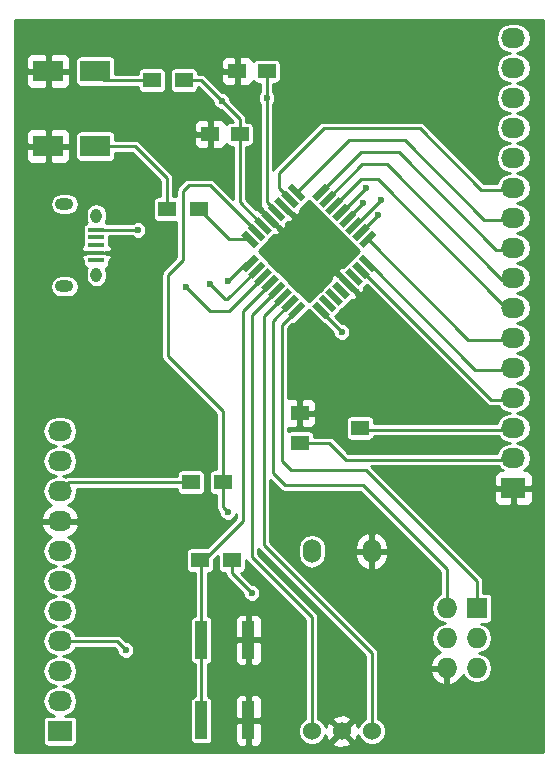
<source format=gbr>
G04 #@! TF.FileFunction,Copper,L1,Top,Signal*
%FSLAX46Y46*%
G04 Gerber Fmt 4.6, Leading zero omitted, Abs format (unit mm)*
G04 Created by KiCad (PCBNEW 0.201508140901+6091~28~ubuntu14.04.1-product) date Sat 27 Feb 2016 11:06:28 PM EST*
%MOMM*%
G01*
G04 APERTURE LIST*
%ADD10C,0.100000*%
%ADD11R,1.727200X1.727200*%
%ADD12O,1.727200X1.727200*%
%ADD13R,1.000000X3.200000*%
%ADD14R,1.524000X1.270000*%
%ADD15R,2.032000X1.727200*%
%ADD16O,2.032000X1.727200*%
%ADD17R,1.350000X0.400000*%
%ADD18O,0.950000X1.250000*%
%ADD19O,1.550000X1.000000*%
%ADD20O,1.524000X2.032000*%
%ADD21C,1.524000*%
%ADD22R,2.499360X1.800860*%
%ADD23R,1.500000X1.250000*%
%ADD24R,1.500000X1.300000*%
%ADD25C,0.600000*%
%ADD26C,0.250000*%
%ADD27C,0.254000*%
G04 APERTURE END LIST*
D10*
D11*
X54864000Y-69088000D03*
D12*
X52324000Y-69088000D03*
X54864000Y-71628000D03*
X52324000Y-71628000D03*
X54864000Y-74168000D03*
X52324000Y-74168000D03*
D13*
X31528000Y-71784000D03*
X31528000Y-78584000D03*
X35528000Y-78584000D03*
X35528000Y-71784000D03*
D10*
G36*
X38854555Y-33505666D02*
X39243464Y-33116757D01*
X40374835Y-34248128D01*
X39985926Y-34637037D01*
X38854555Y-33505666D01*
X38854555Y-33505666D01*
G37*
G36*
X38288870Y-34071352D02*
X38677779Y-33682443D01*
X39809150Y-34813814D01*
X39420241Y-35202723D01*
X38288870Y-34071352D01*
X38288870Y-34071352D01*
G37*
G36*
X37723184Y-34637037D02*
X38112093Y-34248128D01*
X39243464Y-35379499D01*
X38854555Y-35768408D01*
X37723184Y-34637037D01*
X37723184Y-34637037D01*
G37*
G36*
X37157499Y-35202722D02*
X37546408Y-34813813D01*
X38677779Y-35945184D01*
X38288870Y-36334093D01*
X37157499Y-35202722D01*
X37157499Y-35202722D01*
G37*
G36*
X36591813Y-35768408D02*
X36980722Y-35379499D01*
X38112093Y-36510870D01*
X37723184Y-36899779D01*
X36591813Y-35768408D01*
X36591813Y-35768408D01*
G37*
G36*
X36026128Y-36334093D02*
X36415037Y-35945184D01*
X37546408Y-37076555D01*
X37157499Y-37465464D01*
X36026128Y-36334093D01*
X36026128Y-36334093D01*
G37*
G36*
X35460443Y-36899779D02*
X35849352Y-36510870D01*
X36980723Y-37642241D01*
X36591814Y-38031150D01*
X35460443Y-36899779D01*
X35460443Y-36899779D01*
G37*
G36*
X34894757Y-37465464D02*
X35283666Y-37076555D01*
X36415037Y-38207926D01*
X36026128Y-38596835D01*
X34894757Y-37465464D01*
X34894757Y-37465464D01*
G37*
G36*
X35283666Y-40647445D02*
X34894757Y-40258536D01*
X36026128Y-39127165D01*
X36415037Y-39516074D01*
X35283666Y-40647445D01*
X35283666Y-40647445D01*
G37*
G36*
X35849352Y-41213130D02*
X35460443Y-40824221D01*
X36591814Y-39692850D01*
X36980723Y-40081759D01*
X35849352Y-41213130D01*
X35849352Y-41213130D01*
G37*
G36*
X36415037Y-41778816D02*
X36026128Y-41389907D01*
X37157499Y-40258536D01*
X37546408Y-40647445D01*
X36415037Y-41778816D01*
X36415037Y-41778816D01*
G37*
G36*
X36980722Y-42344501D02*
X36591813Y-41955592D01*
X37723184Y-40824221D01*
X38112093Y-41213130D01*
X36980722Y-42344501D01*
X36980722Y-42344501D01*
G37*
G36*
X37546408Y-42910187D02*
X37157499Y-42521278D01*
X38288870Y-41389907D01*
X38677779Y-41778816D01*
X37546408Y-42910187D01*
X37546408Y-42910187D01*
G37*
G36*
X38112093Y-43475872D02*
X37723184Y-43086963D01*
X38854555Y-41955592D01*
X39243464Y-42344501D01*
X38112093Y-43475872D01*
X38112093Y-43475872D01*
G37*
G36*
X38677779Y-44041557D02*
X38288870Y-43652648D01*
X39420241Y-42521277D01*
X39809150Y-42910186D01*
X38677779Y-44041557D01*
X38677779Y-44041557D01*
G37*
G36*
X39243464Y-44607243D02*
X38854555Y-44218334D01*
X39985926Y-43086963D01*
X40374835Y-43475872D01*
X39243464Y-44607243D01*
X39243464Y-44607243D01*
G37*
G36*
X40905165Y-43475872D02*
X41294074Y-43086963D01*
X42425445Y-44218334D01*
X42036536Y-44607243D01*
X40905165Y-43475872D01*
X40905165Y-43475872D01*
G37*
G36*
X41470850Y-42910186D02*
X41859759Y-42521277D01*
X42991130Y-43652648D01*
X42602221Y-44041557D01*
X41470850Y-42910186D01*
X41470850Y-42910186D01*
G37*
G36*
X42036536Y-42344501D02*
X42425445Y-41955592D01*
X43556816Y-43086963D01*
X43167907Y-43475872D01*
X42036536Y-42344501D01*
X42036536Y-42344501D01*
G37*
G36*
X42602221Y-41778816D02*
X42991130Y-41389907D01*
X44122501Y-42521278D01*
X43733592Y-42910187D01*
X42602221Y-41778816D01*
X42602221Y-41778816D01*
G37*
G36*
X43167907Y-41213130D02*
X43556816Y-40824221D01*
X44688187Y-41955592D01*
X44299278Y-42344501D01*
X43167907Y-41213130D01*
X43167907Y-41213130D01*
G37*
G36*
X43733592Y-40647445D02*
X44122501Y-40258536D01*
X45253872Y-41389907D01*
X44864963Y-41778816D01*
X43733592Y-40647445D01*
X43733592Y-40647445D01*
G37*
G36*
X44299277Y-40081759D02*
X44688186Y-39692850D01*
X45819557Y-40824221D01*
X45430648Y-41213130D01*
X44299277Y-40081759D01*
X44299277Y-40081759D01*
G37*
G36*
X44864963Y-39516074D02*
X45253872Y-39127165D01*
X46385243Y-40258536D01*
X45996334Y-40647445D01*
X44864963Y-39516074D01*
X44864963Y-39516074D01*
G37*
G36*
X45253872Y-38596835D02*
X44864963Y-38207926D01*
X45996334Y-37076555D01*
X46385243Y-37465464D01*
X45253872Y-38596835D01*
X45253872Y-38596835D01*
G37*
G36*
X44688186Y-38031150D02*
X44299277Y-37642241D01*
X45430648Y-36510870D01*
X45819557Y-36899779D01*
X44688186Y-38031150D01*
X44688186Y-38031150D01*
G37*
G36*
X44122501Y-37465464D02*
X43733592Y-37076555D01*
X44864963Y-35945184D01*
X45253872Y-36334093D01*
X44122501Y-37465464D01*
X44122501Y-37465464D01*
G37*
G36*
X43556816Y-36899779D02*
X43167907Y-36510870D01*
X44299278Y-35379499D01*
X44688187Y-35768408D01*
X43556816Y-36899779D01*
X43556816Y-36899779D01*
G37*
G36*
X42991130Y-36334093D02*
X42602221Y-35945184D01*
X43733592Y-34813813D01*
X44122501Y-35202722D01*
X42991130Y-36334093D01*
X42991130Y-36334093D01*
G37*
G36*
X42425445Y-35768408D02*
X42036536Y-35379499D01*
X43167907Y-34248128D01*
X43556816Y-34637037D01*
X42425445Y-35768408D01*
X42425445Y-35768408D01*
G37*
G36*
X41859759Y-35202723D02*
X41470850Y-34813814D01*
X42602221Y-33682443D01*
X42991130Y-34071352D01*
X41859759Y-35202723D01*
X41859759Y-35202723D01*
G37*
G36*
X41294074Y-34637037D02*
X40905165Y-34248128D01*
X42036536Y-33116757D01*
X42425445Y-33505666D01*
X41294074Y-34637037D01*
X41294074Y-34637037D01*
G37*
D14*
X39878000Y-52578000D03*
X44958000Y-53848000D03*
X39878000Y-55118000D03*
D15*
X19558000Y-79502000D03*
D16*
X19558000Y-76962000D03*
X19558000Y-74422000D03*
X19558000Y-71882000D03*
X19558000Y-69342000D03*
X19558000Y-66802000D03*
X19558000Y-64262000D03*
X19558000Y-61722000D03*
X19558000Y-59182000D03*
X19558000Y-56642000D03*
X19558000Y-54102000D03*
D17*
X22644540Y-37053100D03*
X22644540Y-37703100D03*
X22644540Y-38353100D03*
X22644540Y-39003100D03*
X22644540Y-39653100D03*
D18*
X22644540Y-35853100D03*
X22644540Y-40853100D03*
D19*
X19944540Y-34853100D03*
X19944540Y-41853100D03*
D20*
X40894000Y-64262000D03*
X45974000Y-64262000D03*
D21*
X40894000Y-79502000D03*
X43434000Y-79502000D03*
X45974000Y-79502000D03*
D22*
X18575020Y-29972000D03*
X22572980Y-29972000D03*
X18575020Y-23622000D03*
X22572980Y-23622000D03*
D23*
X34564000Y-23622000D03*
X37064000Y-23622000D03*
X32278000Y-28956000D03*
X34778000Y-28956000D03*
D24*
X34116000Y-65024000D03*
X31416000Y-65024000D03*
X30654000Y-58420000D03*
X33354000Y-58420000D03*
X28622000Y-35306000D03*
X31322000Y-35306000D03*
X27352000Y-24384000D03*
X30052000Y-24384000D03*
D15*
X57962800Y-58928000D03*
D16*
X57962800Y-56388000D03*
X57962800Y-53848000D03*
X57962800Y-51308000D03*
X57962800Y-48768000D03*
X57962800Y-46228000D03*
X57962800Y-43688000D03*
X57962800Y-41148000D03*
X57962800Y-38608000D03*
X57962800Y-36068000D03*
X57962800Y-33528000D03*
X57962800Y-30988000D03*
X57962800Y-28448000D03*
X57962800Y-25908000D03*
X57962800Y-23368000D03*
X57962800Y-20828000D03*
D25*
X37064000Y-25908000D03*
X33274000Y-26162000D03*
X26162000Y-37084000D03*
X35814000Y-67818000D03*
X43434000Y-45720000D03*
X45466000Y-33528000D03*
X33782000Y-60960000D03*
X33782000Y-41402000D03*
X32258000Y-41656000D03*
X30226000Y-41910000D03*
X46482000Y-35814000D03*
X46736000Y-34544000D03*
X25146000Y-72644000D03*
X45212000Y-34798000D03*
D26*
X31496000Y-24384000D02*
X33020000Y-25908000D01*
X31496000Y-24384000D02*
X30052000Y-24384000D01*
X34778000Y-28956000D02*
X34778000Y-27666000D01*
X33274000Y-26162000D02*
X33020000Y-25908000D01*
X34778000Y-27666000D02*
X33274000Y-26162000D01*
X22644540Y-37053100D02*
X26131100Y-37053100D01*
X26131100Y-37053100D02*
X26162000Y-37084000D01*
X34116000Y-65024000D02*
X34116000Y-66120000D01*
X34116000Y-66120000D02*
X35814000Y-67818000D01*
X30654000Y-58420000D02*
X20320000Y-58420000D01*
X20320000Y-58420000D02*
X19558000Y-59182000D01*
X39878000Y-55118000D02*
X42360002Y-55118000D01*
X43757002Y-56515000D02*
X57200800Y-56515000D01*
X42360002Y-55118000D02*
X43757002Y-56515000D01*
X37064000Y-23622000D02*
X37064000Y-25908000D01*
X37064000Y-25908000D02*
X37064000Y-27940000D01*
X37064000Y-27940000D02*
X37064000Y-34720314D01*
X37064000Y-34720314D02*
X37917639Y-35573953D01*
X34778000Y-28956000D02*
X34778000Y-34697056D01*
X34778000Y-34697056D02*
X36786268Y-36705324D01*
X54864000Y-69088000D02*
X54864000Y-66802000D01*
X38354000Y-45107798D02*
X39614695Y-43847103D01*
X38354000Y-56642000D02*
X38354000Y-45107798D01*
X39116000Y-57404000D02*
X38354000Y-56642000D01*
X45466000Y-57404000D02*
X39116000Y-57404000D01*
X54864000Y-66802000D02*
X45466000Y-57404000D01*
X52324000Y-69088000D02*
X52324000Y-65786000D01*
X37592000Y-44738427D02*
X39049010Y-43281417D01*
X37592000Y-57658000D02*
X37592000Y-44738427D01*
X38608000Y-58674000D02*
X37592000Y-57658000D01*
X45212000Y-58674000D02*
X38608000Y-58674000D01*
X52324000Y-65786000D02*
X45212000Y-58674000D01*
X43434000Y-45720000D02*
X41665305Y-43951305D01*
X41665305Y-43951305D02*
X41665305Y-43847103D01*
X45466000Y-33528000D02*
X43420047Y-35573953D01*
X43420047Y-35573953D02*
X43362361Y-35573953D01*
X31528000Y-78584000D02*
X31528000Y-71784000D01*
X31528000Y-71784000D02*
X31528000Y-65136000D01*
X31528000Y-65136000D02*
X31416000Y-65024000D01*
X31416000Y-65024000D02*
X31750000Y-65024000D01*
X31750000Y-65024000D02*
X35052000Y-61722000D01*
X35052000Y-61722000D02*
X35052000Y-43942000D01*
X35052000Y-43942000D02*
X37351953Y-41642047D01*
X37351953Y-41642047D02*
X37351953Y-41584361D01*
X33354000Y-60532000D02*
X33354000Y-58420000D01*
X33782000Y-60960000D02*
X33354000Y-60532000D01*
X36220583Y-37271010D02*
X36220583Y-37236583D01*
X36220583Y-37236583D02*
X32258000Y-33274000D01*
X32258000Y-33274000D02*
X30480000Y-33274000D01*
X30480000Y-33274000D02*
X29972000Y-33782000D01*
X29972000Y-33782000D02*
X29972000Y-39624000D01*
X29972000Y-39624000D02*
X28702000Y-40894000D01*
X28702000Y-40894000D02*
X28702000Y-47752000D01*
X28702000Y-47752000D02*
X33354000Y-52404000D01*
X33354000Y-52404000D02*
X33354000Y-58420000D01*
X57200800Y-36195000D02*
X55499000Y-36195000D01*
X44027592Y-29464000D02*
X39614695Y-33876897D01*
X48768000Y-29464000D02*
X44027592Y-29464000D01*
X55499000Y-36195000D02*
X48768000Y-29464000D01*
X57200800Y-33655000D02*
X55245000Y-33655000D01*
X38100000Y-33493573D02*
X39049010Y-34442583D01*
X38100000Y-32258000D02*
X38100000Y-33493573D01*
X41910000Y-28448000D02*
X38100000Y-32258000D01*
X50038000Y-28448000D02*
X41910000Y-28448000D01*
X55245000Y-33655000D02*
X50038000Y-28448000D01*
X35654897Y-37836695D02*
X33852695Y-37836695D01*
X33852695Y-37836695D02*
X31322000Y-35306000D01*
X33782000Y-41402000D02*
X35296695Y-39887305D01*
X35296695Y-39887305D02*
X35654897Y-39887305D01*
X33747573Y-42926000D02*
X36220583Y-40452990D01*
X33528000Y-42926000D02*
X33747573Y-42926000D01*
X32258000Y-41656000D02*
X33528000Y-42926000D01*
X33862944Y-43942000D02*
X36786268Y-41018676D01*
X32258000Y-43942000D02*
X33862944Y-43942000D01*
X30226000Y-41910000D02*
X32258000Y-43942000D01*
X40894000Y-79502000D02*
X40894000Y-69850000D01*
X35814000Y-44253686D02*
X37917639Y-42150047D01*
X35814000Y-64770000D02*
X35814000Y-44253686D01*
X40894000Y-69850000D02*
X35814000Y-64770000D01*
X45974000Y-79502000D02*
X45974000Y-72898000D01*
X36830000Y-44369056D02*
X38483324Y-42715732D01*
X36830000Y-63754000D02*
X36830000Y-44369056D01*
X45974000Y-72898000D02*
X36830000Y-63754000D01*
X57200800Y-51435000D02*
X56041427Y-51435000D01*
X56041427Y-51435000D02*
X45059417Y-40452990D01*
X45625103Y-39887305D02*
X45729305Y-39887305D01*
X45729305Y-39887305D02*
X54737000Y-48895000D01*
X54737000Y-48895000D02*
X57200800Y-48895000D01*
X57200800Y-46355000D02*
X54143408Y-46355000D01*
X54143408Y-46355000D02*
X45625103Y-37836695D01*
X46482000Y-35814000D02*
X45059417Y-37236583D01*
X45059417Y-37236583D02*
X45059417Y-37271010D01*
X45059417Y-37236583D02*
X45059417Y-37271010D01*
X19558000Y-71882000D02*
X24384000Y-71882000D01*
X46736000Y-34544000D02*
X44574676Y-36705324D01*
X24384000Y-71882000D02*
X25146000Y-72644000D01*
X44574676Y-36705324D02*
X44493732Y-36705324D01*
X44574676Y-36705324D02*
X44493732Y-36705324D01*
X45212000Y-34798000D02*
X43928047Y-36081953D01*
X43928047Y-36081953D02*
X43928047Y-36139639D01*
X43928047Y-36081953D02*
X43928047Y-36139639D01*
X57200800Y-43815000D02*
X57200800Y-43484800D01*
X57200800Y-43484800D02*
X46482000Y-32766000D01*
X46482000Y-32766000D02*
X45038944Y-32766000D01*
X45038944Y-32766000D02*
X42796676Y-35008268D01*
X57200800Y-41275000D02*
X57023000Y-41275000D01*
X57023000Y-41275000D02*
X47244000Y-31496000D01*
X47244000Y-31496000D02*
X45177573Y-31496000D01*
X45177573Y-31496000D02*
X42230990Y-34442583D01*
X57200800Y-38735000D02*
X56515000Y-38735000D01*
X56515000Y-38735000D02*
X48260000Y-30480000D01*
X48260000Y-30480000D02*
X45062202Y-30480000D01*
X45062202Y-30480000D02*
X41665305Y-33876897D01*
X57200800Y-53975000D02*
X45085000Y-53975000D01*
X45085000Y-53975000D02*
X44958000Y-53848000D01*
X28622000Y-35306000D02*
X28622000Y-32686000D01*
X25908000Y-29972000D02*
X22572980Y-29972000D01*
X28622000Y-32686000D02*
X25908000Y-29972000D01*
X28622000Y-35306000D02*
X28622000Y-34751020D01*
X27352000Y-24384000D02*
X23334980Y-24384000D01*
X23334980Y-24384000D02*
X22572980Y-23622000D01*
D27*
G36*
X60453200Y-81281200D02*
X15746800Y-81281200D01*
X15746800Y-62081026D01*
X17950642Y-62081026D01*
X17953291Y-62096791D01*
X18207268Y-62624036D01*
X18643680Y-63013954D01*
X18850133Y-63086170D01*
X18461250Y-63346014D01*
X18180442Y-63766272D01*
X18081836Y-64262000D01*
X18180442Y-64757728D01*
X18461250Y-65177986D01*
X18881508Y-65458794D01*
X19249541Y-65532000D01*
X18881508Y-65605206D01*
X18461250Y-65886014D01*
X18180442Y-66306272D01*
X18081836Y-66802000D01*
X18180442Y-67297728D01*
X18461250Y-67717986D01*
X18881508Y-67998794D01*
X19249541Y-68072000D01*
X18881508Y-68145206D01*
X18461250Y-68426014D01*
X18180442Y-68846272D01*
X18081836Y-69342000D01*
X18180442Y-69837728D01*
X18461250Y-70257986D01*
X18881508Y-70538794D01*
X19249541Y-70612000D01*
X18881508Y-70685206D01*
X18461250Y-70966014D01*
X18180442Y-71386272D01*
X18081836Y-71882000D01*
X18180442Y-72377728D01*
X18461250Y-72797986D01*
X18881508Y-73078794D01*
X19249541Y-73152000D01*
X18881508Y-73225206D01*
X18461250Y-73506014D01*
X18180442Y-73926272D01*
X18081836Y-74422000D01*
X18180442Y-74917728D01*
X18461250Y-75337986D01*
X18881508Y-75618794D01*
X19249541Y-75692000D01*
X18881508Y-75765206D01*
X18461250Y-76046014D01*
X18180442Y-76466272D01*
X18081836Y-76962000D01*
X18180442Y-77457728D01*
X18461250Y-77877986D01*
X18881508Y-78158794D01*
X19079320Y-78198141D01*
X18542000Y-78198141D01*
X18381985Y-78228250D01*
X18235020Y-78322819D01*
X18136427Y-78467115D01*
X18101741Y-78638400D01*
X18101741Y-80365600D01*
X18131850Y-80525615D01*
X18226419Y-80672580D01*
X18370715Y-80771173D01*
X18542000Y-80805859D01*
X20574000Y-80805859D01*
X20734015Y-80775750D01*
X20880980Y-80681181D01*
X20979573Y-80536885D01*
X21014259Y-80365600D01*
X21014259Y-78638400D01*
X20984150Y-78478385D01*
X20889581Y-78331420D01*
X20745285Y-78232827D01*
X20574000Y-78198141D01*
X20036680Y-78198141D01*
X20234492Y-78158794D01*
X20654750Y-77877986D01*
X20935558Y-77457728D01*
X21034164Y-76962000D01*
X20935558Y-76466272D01*
X20654750Y-76046014D01*
X20234492Y-75765206D01*
X19866459Y-75692000D01*
X20234492Y-75618794D01*
X20654750Y-75337986D01*
X20935558Y-74917728D01*
X21034164Y-74422000D01*
X20935558Y-73926272D01*
X20654750Y-73506014D01*
X20234492Y-73225206D01*
X19866459Y-73152000D01*
X20234492Y-73078794D01*
X20654750Y-72797986D01*
X20894751Y-72438800D01*
X24153366Y-72438800D01*
X24414151Y-72699585D01*
X24414073Y-72788925D01*
X24525248Y-73057990D01*
X24730927Y-73264028D01*
X24999797Y-73375673D01*
X25290925Y-73375927D01*
X25559990Y-73264752D01*
X25766028Y-73059073D01*
X25877673Y-72790203D01*
X25877927Y-72499075D01*
X25766752Y-72230010D01*
X25561073Y-72023972D01*
X25292203Y-71912327D01*
X25201682Y-71912248D01*
X24777717Y-71488283D01*
X24597078Y-71367584D01*
X24384000Y-71325200D01*
X20894751Y-71325200D01*
X20654750Y-70966014D01*
X20234492Y-70685206D01*
X19866459Y-70612000D01*
X20234492Y-70538794D01*
X20654750Y-70257986D01*
X20935558Y-69837728D01*
X21034164Y-69342000D01*
X20935558Y-68846272D01*
X20654750Y-68426014D01*
X20234492Y-68145206D01*
X19866459Y-68072000D01*
X20234492Y-67998794D01*
X20654750Y-67717986D01*
X20935558Y-67297728D01*
X21034164Y-66802000D01*
X20935558Y-66306272D01*
X20654750Y-65886014D01*
X20234492Y-65605206D01*
X19866459Y-65532000D01*
X20234492Y-65458794D01*
X20654750Y-65177986D01*
X20935558Y-64757728D01*
X21034164Y-64262000D01*
X20935558Y-63766272D01*
X20654750Y-63346014D01*
X20265867Y-63086170D01*
X20472320Y-63013954D01*
X20908732Y-62624036D01*
X21162709Y-62096791D01*
X21165358Y-62081026D01*
X21044217Y-61849000D01*
X19685000Y-61849000D01*
X19685000Y-61869000D01*
X19431000Y-61869000D01*
X19431000Y-61849000D01*
X18071783Y-61849000D01*
X17950642Y-62081026D01*
X15746800Y-62081026D01*
X15746800Y-61362974D01*
X17950642Y-61362974D01*
X18071783Y-61595000D01*
X19431000Y-61595000D01*
X19431000Y-61575000D01*
X19685000Y-61575000D01*
X19685000Y-61595000D01*
X21044217Y-61595000D01*
X21165358Y-61362974D01*
X21162709Y-61347209D01*
X20908732Y-60819964D01*
X20472320Y-60430046D01*
X20265867Y-60357830D01*
X20654750Y-60097986D01*
X20935558Y-59677728D01*
X21034164Y-59182000D01*
X20993347Y-58976800D01*
X29463741Y-58976800D01*
X29463741Y-59070000D01*
X29493850Y-59230015D01*
X29588419Y-59376980D01*
X29732715Y-59475573D01*
X29904000Y-59510259D01*
X31404000Y-59510259D01*
X31564015Y-59480150D01*
X31710980Y-59385581D01*
X31809573Y-59241285D01*
X31844259Y-59070000D01*
X31844259Y-57770000D01*
X31814150Y-57609985D01*
X31719581Y-57463020D01*
X31575285Y-57364427D01*
X31404000Y-57329741D01*
X29904000Y-57329741D01*
X29743985Y-57359850D01*
X29597020Y-57454419D01*
X29498427Y-57598715D01*
X29463741Y-57770000D01*
X29463741Y-57863200D01*
X20320000Y-57863200D01*
X20106922Y-57905584D01*
X20044360Y-57947387D01*
X19866459Y-57912000D01*
X20234492Y-57838794D01*
X20654750Y-57557986D01*
X20935558Y-57137728D01*
X21034164Y-56642000D01*
X20935558Y-56146272D01*
X20654750Y-55726014D01*
X20234492Y-55445206D01*
X19866459Y-55372000D01*
X20234492Y-55298794D01*
X20654750Y-55017986D01*
X20935558Y-54597728D01*
X21034164Y-54102000D01*
X20935558Y-53606272D01*
X20654750Y-53186014D01*
X20234492Y-52905206D01*
X19738764Y-52806600D01*
X19377236Y-52806600D01*
X18881508Y-52905206D01*
X18461250Y-53186014D01*
X18180442Y-53606272D01*
X18081836Y-54102000D01*
X18180442Y-54597728D01*
X18461250Y-55017986D01*
X18881508Y-55298794D01*
X19249541Y-55372000D01*
X18881508Y-55445206D01*
X18461250Y-55726014D01*
X18180442Y-56146272D01*
X18081836Y-56642000D01*
X18180442Y-57137728D01*
X18461250Y-57557986D01*
X18881508Y-57838794D01*
X19249541Y-57912000D01*
X18881508Y-57985206D01*
X18461250Y-58266014D01*
X18180442Y-58686272D01*
X18081836Y-59182000D01*
X18180442Y-59677728D01*
X18461250Y-60097986D01*
X18850133Y-60357830D01*
X18643680Y-60430046D01*
X18207268Y-60819964D01*
X17953291Y-61347209D01*
X17950642Y-61362974D01*
X15746800Y-61362974D01*
X15746800Y-41853100D01*
X18714097Y-41853100D01*
X18785026Y-42209684D01*
X18987015Y-42511982D01*
X19289313Y-42713971D01*
X19645897Y-42784900D01*
X20243183Y-42784900D01*
X20599767Y-42713971D01*
X20902065Y-42511982D01*
X21104054Y-42209684D01*
X21174983Y-41853100D01*
X21104054Y-41496516D01*
X20902065Y-41194218D01*
X20599767Y-40992229D01*
X20243183Y-40921300D01*
X19645897Y-40921300D01*
X19289313Y-40992229D01*
X18987015Y-41194218D01*
X18785026Y-41496516D01*
X18714097Y-41853100D01*
X15746800Y-41853100D01*
X15746800Y-39261850D01*
X21334540Y-39261850D01*
X21334540Y-39329410D01*
X21431213Y-39562799D01*
X21529281Y-39660866D01*
X21529281Y-39853100D01*
X21559390Y-40013115D01*
X21653959Y-40160080D01*
X21798255Y-40258673D01*
X21850897Y-40269333D01*
X21806766Y-40335379D01*
X21737740Y-40682396D01*
X21737740Y-41023804D01*
X21806766Y-41370821D01*
X22003336Y-41665008D01*
X22297523Y-41861578D01*
X22644540Y-41930604D01*
X22991557Y-41861578D01*
X23285744Y-41665008D01*
X23482314Y-41370821D01*
X23551340Y-41023804D01*
X23551340Y-40682396D01*
X23482314Y-40335379D01*
X23439193Y-40270845D01*
X23479555Y-40263250D01*
X23626520Y-40168681D01*
X23725113Y-40024385D01*
X23759799Y-39853100D01*
X23759799Y-39660866D01*
X23857867Y-39562799D01*
X23954540Y-39329410D01*
X23954540Y-39261850D01*
X23795790Y-39103100D01*
X23572159Y-39103100D01*
X23490825Y-39047527D01*
X23319540Y-39012841D01*
X21969540Y-39012841D01*
X21809525Y-39042950D01*
X21716049Y-39103100D01*
X21493290Y-39103100D01*
X21334540Y-39261850D01*
X15746800Y-39261850D01*
X15746800Y-38676790D01*
X21334540Y-38676790D01*
X21334540Y-38744350D01*
X21493290Y-38903100D01*
X21716921Y-38903100D01*
X21798255Y-38958673D01*
X21969540Y-38993359D01*
X23319540Y-38993359D01*
X23479555Y-38963250D01*
X23573031Y-38903100D01*
X23795790Y-38903100D01*
X23954540Y-38744350D01*
X23954540Y-38676790D01*
X23857867Y-38443401D01*
X23759799Y-38345334D01*
X23759799Y-38153100D01*
X23735415Y-38023511D01*
X23759799Y-37903100D01*
X23759799Y-37609900D01*
X25652963Y-37609900D01*
X25746927Y-37704028D01*
X26015797Y-37815673D01*
X26306925Y-37815927D01*
X26575990Y-37704752D01*
X26782028Y-37499073D01*
X26893673Y-37230203D01*
X26893927Y-36939075D01*
X26782752Y-36670010D01*
X26577073Y-36463972D01*
X26308203Y-36352327D01*
X26017075Y-36352073D01*
X25748010Y-36463248D01*
X25714900Y-36496300D01*
X23562207Y-36496300D01*
X23490825Y-36447527D01*
X23438183Y-36436867D01*
X23482314Y-36370821D01*
X23551340Y-36023804D01*
X23551340Y-35682396D01*
X23482314Y-35335379D01*
X23285744Y-35041192D01*
X22991557Y-34844622D01*
X22644540Y-34775596D01*
X22297523Y-34844622D01*
X22003336Y-35041192D01*
X21806766Y-35335379D01*
X21737740Y-35682396D01*
X21737740Y-36023804D01*
X21806766Y-36370821D01*
X21849887Y-36435355D01*
X21809525Y-36442950D01*
X21662560Y-36537519D01*
X21563967Y-36681815D01*
X21529281Y-36853100D01*
X21529281Y-37253100D01*
X21553665Y-37382689D01*
X21529281Y-37503100D01*
X21529281Y-37903100D01*
X21553665Y-38032689D01*
X21529281Y-38153100D01*
X21529281Y-38345334D01*
X21431213Y-38443401D01*
X21334540Y-38676790D01*
X15746800Y-38676790D01*
X15746800Y-34853100D01*
X18714097Y-34853100D01*
X18785026Y-35209684D01*
X18987015Y-35511982D01*
X19289313Y-35713971D01*
X19645897Y-35784900D01*
X20243183Y-35784900D01*
X20599767Y-35713971D01*
X20902065Y-35511982D01*
X21104054Y-35209684D01*
X21174983Y-34853100D01*
X21104054Y-34496516D01*
X20902065Y-34194218D01*
X20599767Y-33992229D01*
X20243183Y-33921300D01*
X19645897Y-33921300D01*
X19289313Y-33992229D01*
X18987015Y-34194218D01*
X18785026Y-34496516D01*
X18714097Y-34853100D01*
X15746800Y-34853100D01*
X15746800Y-30257750D01*
X16690340Y-30257750D01*
X16690340Y-30998740D01*
X16787013Y-31232129D01*
X16965642Y-31410757D01*
X17199031Y-31507430D01*
X18289270Y-31507430D01*
X18448020Y-31348680D01*
X18448020Y-30099000D01*
X18702020Y-30099000D01*
X18702020Y-31348680D01*
X18860770Y-31507430D01*
X19951009Y-31507430D01*
X20184398Y-31410757D01*
X20363027Y-31232129D01*
X20459700Y-30998740D01*
X20459700Y-30257750D01*
X20300950Y-30099000D01*
X18702020Y-30099000D01*
X18448020Y-30099000D01*
X16849090Y-30099000D01*
X16690340Y-30257750D01*
X15746800Y-30257750D01*
X15746800Y-28945260D01*
X16690340Y-28945260D01*
X16690340Y-29686250D01*
X16849090Y-29845000D01*
X18448020Y-29845000D01*
X18448020Y-28595320D01*
X18702020Y-28595320D01*
X18702020Y-29845000D01*
X20300950Y-29845000D01*
X20459700Y-29686250D01*
X20459700Y-29071570D01*
X20883041Y-29071570D01*
X20883041Y-30872430D01*
X20913150Y-31032445D01*
X21007719Y-31179410D01*
X21152015Y-31278003D01*
X21323300Y-31312689D01*
X23822660Y-31312689D01*
X23982675Y-31282580D01*
X24129640Y-31188011D01*
X24228233Y-31043715D01*
X24262919Y-30872430D01*
X24262919Y-30528800D01*
X25677366Y-30528800D01*
X28065200Y-32916634D01*
X28065200Y-34215741D01*
X27872000Y-34215741D01*
X27711985Y-34245850D01*
X27565020Y-34340419D01*
X27466427Y-34484715D01*
X27431741Y-34656000D01*
X27431741Y-35956000D01*
X27461850Y-36116015D01*
X27556419Y-36262980D01*
X27700715Y-36361573D01*
X27872000Y-36396259D01*
X29372000Y-36396259D01*
X29415200Y-36388130D01*
X29415200Y-39393366D01*
X28308283Y-40500283D01*
X28187584Y-40680922D01*
X28145200Y-40894000D01*
X28145200Y-47752000D01*
X28187584Y-47965078D01*
X28308283Y-48145717D01*
X32797200Y-52634634D01*
X32797200Y-57329741D01*
X32604000Y-57329741D01*
X32443985Y-57359850D01*
X32297020Y-57454419D01*
X32198427Y-57598715D01*
X32163741Y-57770000D01*
X32163741Y-59070000D01*
X32193850Y-59230015D01*
X32288419Y-59376980D01*
X32432715Y-59475573D01*
X32604000Y-59510259D01*
X32797200Y-59510259D01*
X32797200Y-60532000D01*
X32839584Y-60745078D01*
X32960283Y-60925717D01*
X33050151Y-61015585D01*
X33050073Y-61104925D01*
X33161248Y-61373990D01*
X33366927Y-61580028D01*
X33635797Y-61691673D01*
X33926925Y-61691927D01*
X34195990Y-61580752D01*
X34402028Y-61375073D01*
X34495200Y-61150691D01*
X34495200Y-61491366D01*
X32052825Y-63933741D01*
X30666000Y-63933741D01*
X30505985Y-63963850D01*
X30359020Y-64058419D01*
X30260427Y-64202715D01*
X30225741Y-64374000D01*
X30225741Y-65674000D01*
X30255850Y-65834015D01*
X30350419Y-65980980D01*
X30494715Y-66079573D01*
X30666000Y-66114259D01*
X30971200Y-66114259D01*
X30971200Y-69754429D01*
X30867985Y-69773850D01*
X30721020Y-69868419D01*
X30622427Y-70012715D01*
X30587741Y-70184000D01*
X30587741Y-73384000D01*
X30617850Y-73544015D01*
X30712419Y-73690980D01*
X30856715Y-73789573D01*
X30971200Y-73812757D01*
X30971200Y-76554429D01*
X30867985Y-76573850D01*
X30721020Y-76668419D01*
X30622427Y-76812715D01*
X30587741Y-76984000D01*
X30587741Y-80184000D01*
X30617850Y-80344015D01*
X30712419Y-80490980D01*
X30856715Y-80589573D01*
X31028000Y-80624259D01*
X32028000Y-80624259D01*
X32188015Y-80594150D01*
X32334980Y-80499581D01*
X32433573Y-80355285D01*
X32468259Y-80184000D01*
X32468259Y-78869750D01*
X34393000Y-78869750D01*
X34393000Y-80310309D01*
X34489673Y-80543698D01*
X34668301Y-80722327D01*
X34901690Y-80819000D01*
X35242250Y-80819000D01*
X35401000Y-80660250D01*
X35401000Y-78711000D01*
X35655000Y-78711000D01*
X35655000Y-80660250D01*
X35813750Y-80819000D01*
X36154310Y-80819000D01*
X36387699Y-80722327D01*
X36566327Y-80543698D01*
X36663000Y-80310309D01*
X36663000Y-78869750D01*
X36504250Y-78711000D01*
X35655000Y-78711000D01*
X35401000Y-78711000D01*
X34551750Y-78711000D01*
X34393000Y-78869750D01*
X32468259Y-78869750D01*
X32468259Y-76984000D01*
X32444493Y-76857691D01*
X34393000Y-76857691D01*
X34393000Y-78298250D01*
X34551750Y-78457000D01*
X35401000Y-78457000D01*
X35401000Y-76507750D01*
X35655000Y-76507750D01*
X35655000Y-78457000D01*
X36504250Y-78457000D01*
X36663000Y-78298250D01*
X36663000Y-76857691D01*
X36566327Y-76624302D01*
X36387699Y-76445673D01*
X36154310Y-76349000D01*
X35813750Y-76349000D01*
X35655000Y-76507750D01*
X35401000Y-76507750D01*
X35242250Y-76349000D01*
X34901690Y-76349000D01*
X34668301Y-76445673D01*
X34489673Y-76624302D01*
X34393000Y-76857691D01*
X32444493Y-76857691D01*
X32438150Y-76823985D01*
X32343581Y-76677020D01*
X32199285Y-76578427D01*
X32084800Y-76555243D01*
X32084800Y-73813571D01*
X32188015Y-73794150D01*
X32334980Y-73699581D01*
X32433573Y-73555285D01*
X32468259Y-73384000D01*
X32468259Y-72069750D01*
X34393000Y-72069750D01*
X34393000Y-73510309D01*
X34489673Y-73743698D01*
X34668301Y-73922327D01*
X34901690Y-74019000D01*
X35242250Y-74019000D01*
X35401000Y-73860250D01*
X35401000Y-71911000D01*
X35655000Y-71911000D01*
X35655000Y-73860250D01*
X35813750Y-74019000D01*
X36154310Y-74019000D01*
X36387699Y-73922327D01*
X36566327Y-73743698D01*
X36663000Y-73510309D01*
X36663000Y-72069750D01*
X36504250Y-71911000D01*
X35655000Y-71911000D01*
X35401000Y-71911000D01*
X34551750Y-71911000D01*
X34393000Y-72069750D01*
X32468259Y-72069750D01*
X32468259Y-70184000D01*
X32444493Y-70057691D01*
X34393000Y-70057691D01*
X34393000Y-71498250D01*
X34551750Y-71657000D01*
X35401000Y-71657000D01*
X35401000Y-69707750D01*
X35655000Y-69707750D01*
X35655000Y-71657000D01*
X36504250Y-71657000D01*
X36663000Y-71498250D01*
X36663000Y-70057691D01*
X36566327Y-69824302D01*
X36387699Y-69645673D01*
X36154310Y-69549000D01*
X35813750Y-69549000D01*
X35655000Y-69707750D01*
X35401000Y-69707750D01*
X35242250Y-69549000D01*
X34901690Y-69549000D01*
X34668301Y-69645673D01*
X34489673Y-69824302D01*
X34393000Y-70057691D01*
X32444493Y-70057691D01*
X32438150Y-70023985D01*
X32343581Y-69877020D01*
X32199285Y-69778427D01*
X32084800Y-69755243D01*
X32084800Y-66114259D01*
X32166000Y-66114259D01*
X32326015Y-66084150D01*
X32472980Y-65989581D01*
X32571573Y-65845285D01*
X32606259Y-65674000D01*
X32606259Y-64955175D01*
X32925741Y-64635693D01*
X32925741Y-65674000D01*
X32955850Y-65834015D01*
X33050419Y-65980980D01*
X33194715Y-66079573D01*
X33366000Y-66114259D01*
X33559200Y-66114259D01*
X33559200Y-66120000D01*
X33601584Y-66333078D01*
X33722283Y-66513717D01*
X35082151Y-67873585D01*
X35082073Y-67962925D01*
X35193248Y-68231990D01*
X35398927Y-68438028D01*
X35667797Y-68549673D01*
X35958925Y-68549927D01*
X36227990Y-68438752D01*
X36434028Y-68233073D01*
X36545673Y-67964203D01*
X36545927Y-67673075D01*
X36434752Y-67404010D01*
X36229073Y-67197972D01*
X35960203Y-67086327D01*
X35869682Y-67086248D01*
X34892674Y-66109240D01*
X35026015Y-66084150D01*
X35172980Y-65989581D01*
X35271573Y-65845285D01*
X35306259Y-65674000D01*
X35306259Y-64993068D01*
X35420283Y-65163717D01*
X40337200Y-70080634D01*
X40337200Y-78440371D01*
X40218650Y-78489355D01*
X39882536Y-78824884D01*
X39700408Y-79263497D01*
X39699993Y-79738420D01*
X39881355Y-80177350D01*
X40216884Y-80513464D01*
X40655497Y-80695592D01*
X41130420Y-80696007D01*
X41569350Y-80514645D01*
X41601838Y-80482213D01*
X42633392Y-80482213D01*
X42702857Y-80724397D01*
X43226302Y-80911144D01*
X43781368Y-80883362D01*
X44165143Y-80724397D01*
X44234608Y-80482213D01*
X43434000Y-79681605D01*
X42633392Y-80482213D01*
X41601838Y-80482213D01*
X41905464Y-80179116D01*
X42051535Y-79827337D01*
X42052638Y-79849368D01*
X42211603Y-80233143D01*
X42453787Y-80302608D01*
X43254395Y-79502000D01*
X42453787Y-78701392D01*
X42211603Y-78770857D01*
X42059616Y-79196870D01*
X41906645Y-78826650D01*
X41602313Y-78521787D01*
X42633392Y-78521787D01*
X43434000Y-79322395D01*
X44234608Y-78521787D01*
X44165143Y-78279603D01*
X43641698Y-78092856D01*
X43086632Y-78120638D01*
X42702857Y-78279603D01*
X42633392Y-78521787D01*
X41602313Y-78521787D01*
X41571116Y-78490536D01*
X41450800Y-78440576D01*
X41450800Y-69850000D01*
X41408416Y-69636922D01*
X41287717Y-69456283D01*
X36370800Y-64539366D01*
X36370800Y-64049715D01*
X36436283Y-64147717D01*
X45417200Y-73128634D01*
X45417200Y-78440371D01*
X45298650Y-78489355D01*
X44962536Y-78824884D01*
X44816465Y-79176663D01*
X44815362Y-79154632D01*
X44656397Y-78770857D01*
X44414213Y-78701392D01*
X43613605Y-79502000D01*
X44414213Y-80302608D01*
X44656397Y-80233143D01*
X44808384Y-79807130D01*
X44961355Y-80177350D01*
X45296884Y-80513464D01*
X45735497Y-80695592D01*
X46210420Y-80696007D01*
X46649350Y-80514645D01*
X46985464Y-80179116D01*
X47167592Y-79740503D01*
X47168007Y-79265580D01*
X46986645Y-78826650D01*
X46651116Y-78490536D01*
X46530800Y-78440576D01*
X46530800Y-74527026D01*
X50869042Y-74527026D01*
X51041312Y-74942947D01*
X51435510Y-75374821D01*
X51964973Y-75622968D01*
X52197000Y-75502469D01*
X52197000Y-74295000D01*
X50990183Y-74295000D01*
X50869042Y-74527026D01*
X46530800Y-74527026D01*
X46530800Y-72898000D01*
X46488416Y-72684922D01*
X46367717Y-72504283D01*
X37843070Y-63979636D01*
X39700200Y-63979636D01*
X39700200Y-64544364D01*
X39791073Y-65001211D01*
X40049856Y-65388508D01*
X40437153Y-65647291D01*
X40894000Y-65738164D01*
X41350847Y-65647291D01*
X41738144Y-65388508D01*
X41996927Y-65001211D01*
X42087800Y-64544364D01*
X42087800Y-64389000D01*
X44577000Y-64389000D01*
X44577000Y-64643000D01*
X44731941Y-65167941D01*
X45075974Y-65593630D01*
X45556723Y-65855260D01*
X45630930Y-65870220D01*
X45847000Y-65747720D01*
X45847000Y-64389000D01*
X46101000Y-64389000D01*
X46101000Y-65747720D01*
X46317070Y-65870220D01*
X46391277Y-65855260D01*
X46872026Y-65593630D01*
X47216059Y-65167941D01*
X47371000Y-64643000D01*
X47371000Y-64389000D01*
X46101000Y-64389000D01*
X45847000Y-64389000D01*
X44577000Y-64389000D01*
X42087800Y-64389000D01*
X42087800Y-63979636D01*
X42068180Y-63881000D01*
X44577000Y-63881000D01*
X44577000Y-64135000D01*
X45847000Y-64135000D01*
X45847000Y-62776280D01*
X46101000Y-62776280D01*
X46101000Y-64135000D01*
X47371000Y-64135000D01*
X47371000Y-63881000D01*
X47216059Y-63356059D01*
X46872026Y-62930370D01*
X46391277Y-62668740D01*
X46317070Y-62653780D01*
X46101000Y-62776280D01*
X45847000Y-62776280D01*
X45630930Y-62653780D01*
X45556723Y-62668740D01*
X45075974Y-62930370D01*
X44731941Y-63356059D01*
X44577000Y-63881000D01*
X42068180Y-63881000D01*
X41996927Y-63522789D01*
X41738144Y-63135492D01*
X41350847Y-62876709D01*
X40894000Y-62785836D01*
X40437153Y-62876709D01*
X40049856Y-63135492D01*
X39791073Y-63522789D01*
X39700200Y-63979636D01*
X37843070Y-63979636D01*
X37386800Y-63523366D01*
X37386800Y-58240234D01*
X38214283Y-59067717D01*
X38394922Y-59188416D01*
X38608000Y-59230800D01*
X44981366Y-59230800D01*
X51767200Y-66016634D01*
X51767200Y-67915056D01*
X51382636Y-68172014D01*
X51101828Y-68592272D01*
X51003222Y-69088000D01*
X51101828Y-69583728D01*
X51382636Y-70003986D01*
X51802894Y-70284794D01*
X52170927Y-70358000D01*
X51802894Y-70431206D01*
X51382636Y-70712014D01*
X51101828Y-71132272D01*
X51003222Y-71628000D01*
X51101828Y-72123728D01*
X51382636Y-72543986D01*
X51771404Y-72803753D01*
X51435510Y-72961179D01*
X51041312Y-73393053D01*
X50869042Y-73808974D01*
X50990183Y-74041000D01*
X52197000Y-74041000D01*
X52197000Y-74021000D01*
X52451000Y-74021000D01*
X52451000Y-74041000D01*
X52471000Y-74041000D01*
X52471000Y-74295000D01*
X52451000Y-74295000D01*
X52451000Y-75502469D01*
X52683027Y-75622968D01*
X53212490Y-75374821D01*
X53606688Y-74942947D01*
X53691529Y-74738111D01*
X53922636Y-75083986D01*
X54342894Y-75364794D01*
X54838622Y-75463400D01*
X54889378Y-75463400D01*
X55385106Y-75364794D01*
X55805364Y-75083986D01*
X56086172Y-74663728D01*
X56184778Y-74168000D01*
X56086172Y-73672272D01*
X55805364Y-73252014D01*
X55385106Y-72971206D01*
X55017073Y-72898000D01*
X55385106Y-72824794D01*
X55805364Y-72543986D01*
X56086172Y-72123728D01*
X56184778Y-71628000D01*
X56086172Y-71132272D01*
X55805364Y-70712014D01*
X55385106Y-70431206D01*
X55187294Y-70391859D01*
X55727600Y-70391859D01*
X55887615Y-70361750D01*
X56034580Y-70267181D01*
X56133173Y-70122885D01*
X56167859Y-69951600D01*
X56167859Y-68224400D01*
X56137750Y-68064385D01*
X56043181Y-67917420D01*
X55898885Y-67818827D01*
X55727600Y-67784141D01*
X55420800Y-67784141D01*
X55420800Y-66802000D01*
X55378416Y-66588922D01*
X55257717Y-66408283D01*
X48063184Y-59213750D01*
X56311800Y-59213750D01*
X56311800Y-59917910D01*
X56408473Y-60151299D01*
X56587102Y-60329927D01*
X56820491Y-60426600D01*
X57677050Y-60426600D01*
X57835800Y-60267850D01*
X57835800Y-59055000D01*
X58089800Y-59055000D01*
X58089800Y-60267850D01*
X58248550Y-60426600D01*
X59105109Y-60426600D01*
X59338498Y-60329927D01*
X59517127Y-60151299D01*
X59613800Y-59917910D01*
X59613800Y-59213750D01*
X59455050Y-59055000D01*
X58089800Y-59055000D01*
X57835800Y-59055000D01*
X56470550Y-59055000D01*
X56311800Y-59213750D01*
X48063184Y-59213750D01*
X45921234Y-57071800D01*
X56710908Y-57071800D01*
X56866050Y-57303986D01*
X57053745Y-57429400D01*
X56820491Y-57429400D01*
X56587102Y-57526073D01*
X56408473Y-57704701D01*
X56311800Y-57938090D01*
X56311800Y-58642250D01*
X56470550Y-58801000D01*
X57835800Y-58801000D01*
X57835800Y-58781000D01*
X58089800Y-58781000D01*
X58089800Y-58801000D01*
X59455050Y-58801000D01*
X59613800Y-58642250D01*
X59613800Y-57938090D01*
X59517127Y-57704701D01*
X59338498Y-57526073D01*
X59105109Y-57429400D01*
X58871855Y-57429400D01*
X59059550Y-57303986D01*
X59340358Y-56883728D01*
X59438964Y-56388000D01*
X59340358Y-55892272D01*
X59059550Y-55472014D01*
X58639292Y-55191206D01*
X58271259Y-55118000D01*
X58639292Y-55044794D01*
X59059550Y-54763986D01*
X59340358Y-54343728D01*
X59438964Y-53848000D01*
X59340358Y-53352272D01*
X59059550Y-52932014D01*
X58639292Y-52651206D01*
X58271259Y-52578000D01*
X58639292Y-52504794D01*
X59059550Y-52223986D01*
X59340358Y-51803728D01*
X59438964Y-51308000D01*
X59340358Y-50812272D01*
X59059550Y-50392014D01*
X58639292Y-50111206D01*
X58271259Y-50038000D01*
X58639292Y-49964794D01*
X59059550Y-49683986D01*
X59340358Y-49263728D01*
X59438964Y-48768000D01*
X59340358Y-48272272D01*
X59059550Y-47852014D01*
X58639292Y-47571206D01*
X58271259Y-47498000D01*
X58639292Y-47424794D01*
X59059550Y-47143986D01*
X59340358Y-46723728D01*
X59438964Y-46228000D01*
X59340358Y-45732272D01*
X59059550Y-45312014D01*
X58639292Y-45031206D01*
X58271259Y-44958000D01*
X58639292Y-44884794D01*
X59059550Y-44603986D01*
X59340358Y-44183728D01*
X59438964Y-43688000D01*
X59340358Y-43192272D01*
X59059550Y-42772014D01*
X58639292Y-42491206D01*
X58271259Y-42418000D01*
X58639292Y-42344794D01*
X59059550Y-42063986D01*
X59340358Y-41643728D01*
X59438964Y-41148000D01*
X59340358Y-40652272D01*
X59059550Y-40232014D01*
X58639292Y-39951206D01*
X58271259Y-39878000D01*
X58639292Y-39804794D01*
X59059550Y-39523986D01*
X59340358Y-39103728D01*
X59438964Y-38608000D01*
X59340358Y-38112272D01*
X59059550Y-37692014D01*
X58639292Y-37411206D01*
X58271259Y-37338000D01*
X58639292Y-37264794D01*
X59059550Y-36983986D01*
X59340358Y-36563728D01*
X59438964Y-36068000D01*
X59340358Y-35572272D01*
X59059550Y-35152014D01*
X58639292Y-34871206D01*
X58271259Y-34798000D01*
X58639292Y-34724794D01*
X59059550Y-34443986D01*
X59340358Y-34023728D01*
X59438964Y-33528000D01*
X59340358Y-33032272D01*
X59059550Y-32612014D01*
X58639292Y-32331206D01*
X58271259Y-32258000D01*
X58639292Y-32184794D01*
X59059550Y-31903986D01*
X59340358Y-31483728D01*
X59438964Y-30988000D01*
X59340358Y-30492272D01*
X59059550Y-30072014D01*
X58639292Y-29791206D01*
X58271259Y-29718000D01*
X58639292Y-29644794D01*
X59059550Y-29363986D01*
X59340358Y-28943728D01*
X59438964Y-28448000D01*
X59340358Y-27952272D01*
X59059550Y-27532014D01*
X58639292Y-27251206D01*
X58271259Y-27178000D01*
X58639292Y-27104794D01*
X59059550Y-26823986D01*
X59340358Y-26403728D01*
X59438964Y-25908000D01*
X59340358Y-25412272D01*
X59059550Y-24992014D01*
X58639292Y-24711206D01*
X58271259Y-24638000D01*
X58639292Y-24564794D01*
X59059550Y-24283986D01*
X59340358Y-23863728D01*
X59438964Y-23368000D01*
X59340358Y-22872272D01*
X59059550Y-22452014D01*
X58639292Y-22171206D01*
X58271259Y-22098000D01*
X58639292Y-22024794D01*
X59059550Y-21743986D01*
X59340358Y-21323728D01*
X59438964Y-20828000D01*
X59340358Y-20332272D01*
X59059550Y-19912014D01*
X58639292Y-19631206D01*
X58143564Y-19532600D01*
X57782036Y-19532600D01*
X57286308Y-19631206D01*
X56866050Y-19912014D01*
X56585242Y-20332272D01*
X56486636Y-20828000D01*
X56585242Y-21323728D01*
X56866050Y-21743986D01*
X57286308Y-22024794D01*
X57654341Y-22098000D01*
X57286308Y-22171206D01*
X56866050Y-22452014D01*
X56585242Y-22872272D01*
X56486636Y-23368000D01*
X56585242Y-23863728D01*
X56866050Y-24283986D01*
X57286308Y-24564794D01*
X57654341Y-24638000D01*
X57286308Y-24711206D01*
X56866050Y-24992014D01*
X56585242Y-25412272D01*
X56486636Y-25908000D01*
X56585242Y-26403728D01*
X56866050Y-26823986D01*
X57286308Y-27104794D01*
X57654341Y-27178000D01*
X57286308Y-27251206D01*
X56866050Y-27532014D01*
X56585242Y-27952272D01*
X56486636Y-28448000D01*
X56585242Y-28943728D01*
X56866050Y-29363986D01*
X57286308Y-29644794D01*
X57654341Y-29718000D01*
X57286308Y-29791206D01*
X56866050Y-30072014D01*
X56585242Y-30492272D01*
X56486636Y-30988000D01*
X56585242Y-31483728D01*
X56866050Y-31903986D01*
X57286308Y-32184794D01*
X57654341Y-32258000D01*
X57286308Y-32331206D01*
X56866050Y-32612014D01*
X56585242Y-33032272D01*
X56572128Y-33098200D01*
X55475634Y-33098200D01*
X50431717Y-28054283D01*
X50251078Y-27933584D01*
X50038000Y-27891200D01*
X41910000Y-27891200D01*
X41696922Y-27933584D01*
X41516283Y-28054283D01*
X37706283Y-31864283D01*
X37620800Y-31992217D01*
X37620800Y-26386191D01*
X37684028Y-26323073D01*
X37795673Y-26054203D01*
X37795927Y-25763075D01*
X37684752Y-25494010D01*
X37620800Y-25429946D01*
X37620800Y-24687259D01*
X37814000Y-24687259D01*
X37974015Y-24657150D01*
X38120980Y-24562581D01*
X38219573Y-24418285D01*
X38254259Y-24247000D01*
X38254259Y-22997000D01*
X38224150Y-22836985D01*
X38129581Y-22690020D01*
X37985285Y-22591427D01*
X37814000Y-22556741D01*
X36314000Y-22556741D01*
X36153985Y-22586850D01*
X36007020Y-22681419D01*
X35922089Y-22805720D01*
X35852327Y-22637301D01*
X35673698Y-22458673D01*
X35440309Y-22362000D01*
X34849750Y-22362000D01*
X34691000Y-22520750D01*
X34691000Y-23495000D01*
X34711000Y-23495000D01*
X34711000Y-23749000D01*
X34691000Y-23749000D01*
X34691000Y-24723250D01*
X34849750Y-24882000D01*
X35440309Y-24882000D01*
X35673698Y-24785327D01*
X35852327Y-24606699D01*
X35922825Y-24436503D01*
X35998419Y-24553980D01*
X36142715Y-24652573D01*
X36314000Y-24687259D01*
X36507200Y-24687259D01*
X36507200Y-25429809D01*
X36443972Y-25492927D01*
X36332327Y-25761797D01*
X36332073Y-26052925D01*
X36443248Y-26321990D01*
X36507200Y-26386054D01*
X36507200Y-34720314D01*
X36546136Y-34916059D01*
X36513848Y-34948347D01*
X36539311Y-34922885D01*
X36539311Y-35147391D01*
X36747117Y-35355197D01*
X36749599Y-35368388D01*
X36846189Y-35514032D01*
X37977560Y-36645403D01*
X38111998Y-36737261D01*
X38133941Y-36742021D01*
X38344201Y-36952281D01*
X38568707Y-36952281D01*
X38650420Y-36870568D01*
X38747093Y-36637179D01*
X38747092Y-36498491D01*
X38842176Y-36403407D01*
X38980864Y-36403408D01*
X39214253Y-36306735D01*
X39295966Y-36225022D01*
X39295966Y-36000516D01*
X39088162Y-35792711D01*
X39085679Y-35779518D01*
X38989089Y-35633874D01*
X38319459Y-34964244D01*
X38439300Y-34844402D01*
X39108931Y-35514033D01*
X39243369Y-35605891D01*
X39265313Y-35610651D01*
X39475572Y-35820910D01*
X39700078Y-35820910D01*
X39781791Y-35739197D01*
X39878464Y-35505808D01*
X39878463Y-35367121D01*
X40120460Y-35125124D01*
X40194853Y-35016247D01*
X40297236Y-34948347D01*
X40640000Y-34605583D01*
X40982764Y-34948347D01*
X41091638Y-35022738D01*
X41159540Y-35125124D01*
X41548449Y-35514033D01*
X41657326Y-35588426D01*
X41725226Y-35690809D01*
X42114135Y-36079718D01*
X42223011Y-36154110D01*
X42290911Y-36256494D01*
X42679820Y-36645403D01*
X42788696Y-36719795D01*
X42856597Y-36822180D01*
X43245506Y-37211089D01*
X43354382Y-37285481D01*
X43422282Y-37387865D01*
X43811191Y-37776774D01*
X43920065Y-37851165D01*
X43987967Y-37953551D01*
X44376876Y-38342460D01*
X44485753Y-38416853D01*
X44553653Y-38519236D01*
X44896417Y-38862000D01*
X44553653Y-39204764D01*
X44479262Y-39313638D01*
X44376876Y-39381540D01*
X43987967Y-39770449D01*
X43913574Y-39879326D01*
X43811191Y-39947226D01*
X43569195Y-40189222D01*
X43430507Y-40189221D01*
X43197118Y-40285894D01*
X43066690Y-40416321D01*
X43115405Y-40367607D01*
X43115405Y-40592113D01*
X43323209Y-40799918D01*
X43325692Y-40813111D01*
X43422282Y-40958755D01*
X44553653Y-42090126D01*
X44688091Y-42181984D01*
X44710036Y-42186745D01*
X44920295Y-42397003D01*
X45144801Y-42397003D01*
X45226514Y-42315290D01*
X45323187Y-42081901D01*
X45323186Y-41943213D01*
X45542696Y-41723703D01*
X55647710Y-51828717D01*
X55828349Y-51949416D01*
X56041427Y-51991800D01*
X56710908Y-51991800D01*
X56866050Y-52223986D01*
X57286308Y-52504794D01*
X57654341Y-52578000D01*
X57286308Y-52651206D01*
X56866050Y-52932014D01*
X56585242Y-53352272D01*
X56572128Y-53418200D01*
X46160259Y-53418200D01*
X46160259Y-53213000D01*
X46130150Y-53052985D01*
X46035581Y-52906020D01*
X45891285Y-52807427D01*
X45720000Y-52772741D01*
X44196000Y-52772741D01*
X44035985Y-52802850D01*
X43889020Y-52897419D01*
X43790427Y-53041715D01*
X43755741Y-53213000D01*
X43755741Y-54483000D01*
X43785850Y-54643015D01*
X43880419Y-54789980D01*
X44024715Y-54888573D01*
X44196000Y-54923259D01*
X45720000Y-54923259D01*
X45880015Y-54893150D01*
X46026980Y-54798581D01*
X46125573Y-54654285D01*
X46150377Y-54531800D01*
X56710908Y-54531800D01*
X56866050Y-54763986D01*
X57286308Y-55044794D01*
X57654341Y-55118000D01*
X57286308Y-55191206D01*
X56866050Y-55472014D01*
X56585242Y-55892272D01*
X56572128Y-55958200D01*
X43987636Y-55958200D01*
X42753719Y-54724283D01*
X42573080Y-54603584D01*
X42360002Y-54561200D01*
X41080259Y-54561200D01*
X41080259Y-54483000D01*
X41050150Y-54322985D01*
X40955581Y-54176020D01*
X40811285Y-54077427D01*
X40640000Y-54042741D01*
X39116000Y-54042741D01*
X38955985Y-54072850D01*
X38910800Y-54101926D01*
X38910800Y-53815323D01*
X38989690Y-53848000D01*
X39592250Y-53848000D01*
X39751000Y-53689250D01*
X39751000Y-52705000D01*
X40005000Y-52705000D01*
X40005000Y-53689250D01*
X40163750Y-53848000D01*
X40766310Y-53848000D01*
X40999699Y-53751327D01*
X41178327Y-53572698D01*
X41275000Y-53339309D01*
X41275000Y-52863750D01*
X41116250Y-52705000D01*
X40005000Y-52705000D01*
X39751000Y-52705000D01*
X39731000Y-52705000D01*
X39731000Y-52451000D01*
X39751000Y-52451000D01*
X39751000Y-51466750D01*
X40005000Y-51466750D01*
X40005000Y-52451000D01*
X41116250Y-52451000D01*
X41275000Y-52292250D01*
X41275000Y-51816691D01*
X41178327Y-51583302D01*
X40999699Y-51404673D01*
X40766310Y-51308000D01*
X40163750Y-51308000D01*
X40005000Y-51466750D01*
X39751000Y-51466750D01*
X39592250Y-51308000D01*
X38989690Y-51308000D01*
X38910800Y-51340677D01*
X38910800Y-45338432D01*
X39208120Y-45041112D01*
X39237382Y-45047460D01*
X39409130Y-45015143D01*
X39554774Y-44918553D01*
X40640000Y-43833327D01*
X41725226Y-44918553D01*
X41859664Y-45010411D01*
X41958394Y-45031828D01*
X42702151Y-45775585D01*
X42702073Y-45864925D01*
X42813248Y-46133990D01*
X43018927Y-46340028D01*
X43287797Y-46451673D01*
X43578925Y-46451927D01*
X43847990Y-46340752D01*
X44054028Y-46135073D01*
X44165673Y-45866203D01*
X44165927Y-45575075D01*
X44054752Y-45306010D01*
X43849073Y-45099972D01*
X43580203Y-44988327D01*
X43489682Y-44988248D01*
X42877919Y-44376485D01*
X42913531Y-44352867D01*
X43302440Y-43963958D01*
X43376831Y-43855084D01*
X43479217Y-43787182D01*
X43868126Y-43398273D01*
X43942518Y-43289397D01*
X44044902Y-43221497D01*
X44286899Y-42979500D01*
X44425587Y-42979501D01*
X44658976Y-42882828D01*
X44740689Y-42801115D01*
X44740689Y-42576609D01*
X44532883Y-42368803D01*
X44530401Y-42355612D01*
X44433811Y-42209968D01*
X43302440Y-41078597D01*
X43168002Y-40986739D01*
X43146059Y-40981979D01*
X42935799Y-40771719D01*
X42711293Y-40771719D01*
X42764811Y-40718200D01*
X42629580Y-40853432D01*
X42532907Y-41086821D01*
X42532908Y-41225509D01*
X42290911Y-41467506D01*
X42216519Y-41576382D01*
X42114135Y-41644282D01*
X41725226Y-42033191D01*
X41650835Y-42142065D01*
X41548449Y-42209967D01*
X41159540Y-42598876D01*
X41085147Y-42707753D01*
X40982764Y-42775653D01*
X40640000Y-43118417D01*
X40297236Y-42775653D01*
X40188362Y-42701262D01*
X40120460Y-42598876D01*
X39731551Y-42209967D01*
X39622674Y-42135574D01*
X39554774Y-42033191D01*
X39165865Y-41644282D01*
X39056989Y-41569890D01*
X38989089Y-41467506D01*
X38600180Y-41078597D01*
X38491304Y-41004205D01*
X38423403Y-40901820D01*
X38034494Y-40512911D01*
X37925618Y-40438519D01*
X37857718Y-40336135D01*
X37468809Y-39947226D01*
X37359935Y-39872835D01*
X37292033Y-39770449D01*
X36903124Y-39381540D01*
X36794247Y-39307147D01*
X36726347Y-39204764D01*
X36383583Y-38862000D01*
X36726347Y-38519236D01*
X36800738Y-38410362D01*
X36903124Y-38342460D01*
X37292033Y-37953551D01*
X37366426Y-37844674D01*
X37468809Y-37776774D01*
X37710805Y-37534778D01*
X37849493Y-37534779D01*
X38082882Y-37438106D01*
X38164595Y-37356393D01*
X38164595Y-37131887D01*
X37956791Y-36924082D01*
X37954308Y-36910889D01*
X37857718Y-36765245D01*
X36726347Y-35633874D01*
X36591909Y-35542016D01*
X36569964Y-35537255D01*
X36359705Y-35326997D01*
X36195375Y-35326997D01*
X35334800Y-34466422D01*
X35334800Y-30021259D01*
X35528000Y-30021259D01*
X35688015Y-29991150D01*
X35834980Y-29896581D01*
X35933573Y-29752285D01*
X35968259Y-29581000D01*
X35968259Y-28331000D01*
X35938150Y-28170985D01*
X35843581Y-28024020D01*
X35699285Y-27925427D01*
X35528000Y-27890741D01*
X35334800Y-27890741D01*
X35334800Y-27666000D01*
X35292416Y-27452922D01*
X35171717Y-27272283D01*
X34005849Y-26106415D01*
X34005927Y-26017075D01*
X33894752Y-25748010D01*
X33689073Y-25541972D01*
X33420203Y-25430327D01*
X33329682Y-25430248D01*
X31889717Y-23990283D01*
X31766198Y-23907750D01*
X33179000Y-23907750D01*
X33179000Y-24373310D01*
X33275673Y-24606699D01*
X33454302Y-24785327D01*
X33687691Y-24882000D01*
X34278250Y-24882000D01*
X34437000Y-24723250D01*
X34437000Y-23749000D01*
X33337750Y-23749000D01*
X33179000Y-23907750D01*
X31766198Y-23907750D01*
X31709078Y-23869584D01*
X31496000Y-23827200D01*
X31242259Y-23827200D01*
X31242259Y-23734000D01*
X31212150Y-23573985D01*
X31117581Y-23427020D01*
X30973285Y-23328427D01*
X30802000Y-23293741D01*
X29302000Y-23293741D01*
X29141985Y-23323850D01*
X28995020Y-23418419D01*
X28896427Y-23562715D01*
X28861741Y-23734000D01*
X28861741Y-25034000D01*
X28891850Y-25194015D01*
X28986419Y-25340980D01*
X29130715Y-25439573D01*
X29302000Y-25474259D01*
X30802000Y-25474259D01*
X30962015Y-25444150D01*
X31108980Y-25349581D01*
X31207573Y-25205285D01*
X31242259Y-25034000D01*
X31242259Y-24940800D01*
X31265366Y-24940800D01*
X32542151Y-26217585D01*
X32542073Y-26306925D01*
X32653248Y-26575990D01*
X32858927Y-26782028D01*
X33127797Y-26893673D01*
X33218318Y-26893752D01*
X34215307Y-27890741D01*
X34028000Y-27890741D01*
X33867985Y-27920850D01*
X33721020Y-28015419D01*
X33636089Y-28139720D01*
X33566327Y-27971301D01*
X33387698Y-27792673D01*
X33154309Y-27696000D01*
X32563750Y-27696000D01*
X32405000Y-27854750D01*
X32405000Y-28829000D01*
X32425000Y-28829000D01*
X32425000Y-29083000D01*
X32405000Y-29083000D01*
X32405000Y-30057250D01*
X32563750Y-30216000D01*
X33154309Y-30216000D01*
X33387698Y-30119327D01*
X33566327Y-29940699D01*
X33636825Y-29770503D01*
X33712419Y-29887980D01*
X33856715Y-29986573D01*
X34028000Y-30021259D01*
X34221200Y-30021259D01*
X34221200Y-34449766D01*
X32651717Y-32880283D01*
X32471078Y-32759584D01*
X32258000Y-32717200D01*
X30480000Y-32717200D01*
X30266922Y-32759584D01*
X30086283Y-32880283D01*
X29578283Y-33388283D01*
X29457584Y-33568922D01*
X29415200Y-33782000D01*
X29415200Y-34224489D01*
X29372000Y-34215741D01*
X29178800Y-34215741D01*
X29178800Y-32686000D01*
X29136416Y-32472922D01*
X29015717Y-32292283D01*
X26301717Y-29578283D01*
X26121078Y-29457584D01*
X25908000Y-29415200D01*
X24262919Y-29415200D01*
X24262919Y-29241750D01*
X30893000Y-29241750D01*
X30893000Y-29707310D01*
X30989673Y-29940699D01*
X31168302Y-30119327D01*
X31401691Y-30216000D01*
X31992250Y-30216000D01*
X32151000Y-30057250D01*
X32151000Y-29083000D01*
X31051750Y-29083000D01*
X30893000Y-29241750D01*
X24262919Y-29241750D01*
X24262919Y-29071570D01*
X24232810Y-28911555D01*
X24138241Y-28764590D01*
X23993945Y-28665997D01*
X23822660Y-28631311D01*
X21323300Y-28631311D01*
X21163285Y-28661420D01*
X21016320Y-28755989D01*
X20917727Y-28900285D01*
X20883041Y-29071570D01*
X20459700Y-29071570D01*
X20459700Y-28945260D01*
X20363027Y-28711871D01*
X20184398Y-28533243D01*
X19951009Y-28436570D01*
X18860770Y-28436570D01*
X18702020Y-28595320D01*
X18448020Y-28595320D01*
X18289270Y-28436570D01*
X17199031Y-28436570D01*
X16965642Y-28533243D01*
X16787013Y-28711871D01*
X16690340Y-28945260D01*
X15746800Y-28945260D01*
X15746800Y-28204690D01*
X30893000Y-28204690D01*
X30893000Y-28670250D01*
X31051750Y-28829000D01*
X32151000Y-28829000D01*
X32151000Y-27854750D01*
X31992250Y-27696000D01*
X31401691Y-27696000D01*
X31168302Y-27792673D01*
X30989673Y-27971301D01*
X30893000Y-28204690D01*
X15746800Y-28204690D01*
X15746800Y-23907750D01*
X16690340Y-23907750D01*
X16690340Y-24648740D01*
X16787013Y-24882129D01*
X16965642Y-25060757D01*
X17199031Y-25157430D01*
X18289270Y-25157430D01*
X18448020Y-24998680D01*
X18448020Y-23749000D01*
X18702020Y-23749000D01*
X18702020Y-24998680D01*
X18860770Y-25157430D01*
X19951009Y-25157430D01*
X20184398Y-25060757D01*
X20363027Y-24882129D01*
X20459700Y-24648740D01*
X20459700Y-23907750D01*
X20300950Y-23749000D01*
X18702020Y-23749000D01*
X18448020Y-23749000D01*
X16849090Y-23749000D01*
X16690340Y-23907750D01*
X15746800Y-23907750D01*
X15746800Y-22595260D01*
X16690340Y-22595260D01*
X16690340Y-23336250D01*
X16849090Y-23495000D01*
X18448020Y-23495000D01*
X18448020Y-22245320D01*
X18702020Y-22245320D01*
X18702020Y-23495000D01*
X20300950Y-23495000D01*
X20459700Y-23336250D01*
X20459700Y-22721570D01*
X20883041Y-22721570D01*
X20883041Y-24522430D01*
X20913150Y-24682445D01*
X21007719Y-24829410D01*
X21152015Y-24928003D01*
X21323300Y-24962689D01*
X23822660Y-24962689D01*
X23938990Y-24940800D01*
X26161741Y-24940800D01*
X26161741Y-25034000D01*
X26191850Y-25194015D01*
X26286419Y-25340980D01*
X26430715Y-25439573D01*
X26602000Y-25474259D01*
X28102000Y-25474259D01*
X28262015Y-25444150D01*
X28408980Y-25349581D01*
X28507573Y-25205285D01*
X28542259Y-25034000D01*
X28542259Y-23734000D01*
X28512150Y-23573985D01*
X28417581Y-23427020D01*
X28273285Y-23328427D01*
X28102000Y-23293741D01*
X26602000Y-23293741D01*
X26441985Y-23323850D01*
X26295020Y-23418419D01*
X26196427Y-23562715D01*
X26161741Y-23734000D01*
X26161741Y-23827200D01*
X24262919Y-23827200D01*
X24262919Y-22870690D01*
X33179000Y-22870690D01*
X33179000Y-23336250D01*
X33337750Y-23495000D01*
X34437000Y-23495000D01*
X34437000Y-22520750D01*
X34278250Y-22362000D01*
X33687691Y-22362000D01*
X33454302Y-22458673D01*
X33275673Y-22637301D01*
X33179000Y-22870690D01*
X24262919Y-22870690D01*
X24262919Y-22721570D01*
X24232810Y-22561555D01*
X24138241Y-22414590D01*
X23993945Y-22315997D01*
X23822660Y-22281311D01*
X21323300Y-22281311D01*
X21163285Y-22311420D01*
X21016320Y-22405989D01*
X20917727Y-22550285D01*
X20883041Y-22721570D01*
X20459700Y-22721570D01*
X20459700Y-22595260D01*
X20363027Y-22361871D01*
X20184398Y-22183243D01*
X19951009Y-22086570D01*
X18860770Y-22086570D01*
X18702020Y-22245320D01*
X18448020Y-22245320D01*
X18289270Y-22086570D01*
X17199031Y-22086570D01*
X16965642Y-22183243D01*
X16787013Y-22361871D01*
X16690340Y-22595260D01*
X15746800Y-22595260D01*
X15746800Y-19302800D01*
X60453200Y-19302800D01*
X60453200Y-81281200D01*
X60453200Y-81281200D01*
G37*
X60453200Y-81281200D02*
X15746800Y-81281200D01*
X15746800Y-62081026D01*
X17950642Y-62081026D01*
X17953291Y-62096791D01*
X18207268Y-62624036D01*
X18643680Y-63013954D01*
X18850133Y-63086170D01*
X18461250Y-63346014D01*
X18180442Y-63766272D01*
X18081836Y-64262000D01*
X18180442Y-64757728D01*
X18461250Y-65177986D01*
X18881508Y-65458794D01*
X19249541Y-65532000D01*
X18881508Y-65605206D01*
X18461250Y-65886014D01*
X18180442Y-66306272D01*
X18081836Y-66802000D01*
X18180442Y-67297728D01*
X18461250Y-67717986D01*
X18881508Y-67998794D01*
X19249541Y-68072000D01*
X18881508Y-68145206D01*
X18461250Y-68426014D01*
X18180442Y-68846272D01*
X18081836Y-69342000D01*
X18180442Y-69837728D01*
X18461250Y-70257986D01*
X18881508Y-70538794D01*
X19249541Y-70612000D01*
X18881508Y-70685206D01*
X18461250Y-70966014D01*
X18180442Y-71386272D01*
X18081836Y-71882000D01*
X18180442Y-72377728D01*
X18461250Y-72797986D01*
X18881508Y-73078794D01*
X19249541Y-73152000D01*
X18881508Y-73225206D01*
X18461250Y-73506014D01*
X18180442Y-73926272D01*
X18081836Y-74422000D01*
X18180442Y-74917728D01*
X18461250Y-75337986D01*
X18881508Y-75618794D01*
X19249541Y-75692000D01*
X18881508Y-75765206D01*
X18461250Y-76046014D01*
X18180442Y-76466272D01*
X18081836Y-76962000D01*
X18180442Y-77457728D01*
X18461250Y-77877986D01*
X18881508Y-78158794D01*
X19079320Y-78198141D01*
X18542000Y-78198141D01*
X18381985Y-78228250D01*
X18235020Y-78322819D01*
X18136427Y-78467115D01*
X18101741Y-78638400D01*
X18101741Y-80365600D01*
X18131850Y-80525615D01*
X18226419Y-80672580D01*
X18370715Y-80771173D01*
X18542000Y-80805859D01*
X20574000Y-80805859D01*
X20734015Y-80775750D01*
X20880980Y-80681181D01*
X20979573Y-80536885D01*
X21014259Y-80365600D01*
X21014259Y-78638400D01*
X20984150Y-78478385D01*
X20889581Y-78331420D01*
X20745285Y-78232827D01*
X20574000Y-78198141D01*
X20036680Y-78198141D01*
X20234492Y-78158794D01*
X20654750Y-77877986D01*
X20935558Y-77457728D01*
X21034164Y-76962000D01*
X20935558Y-76466272D01*
X20654750Y-76046014D01*
X20234492Y-75765206D01*
X19866459Y-75692000D01*
X20234492Y-75618794D01*
X20654750Y-75337986D01*
X20935558Y-74917728D01*
X21034164Y-74422000D01*
X20935558Y-73926272D01*
X20654750Y-73506014D01*
X20234492Y-73225206D01*
X19866459Y-73152000D01*
X20234492Y-73078794D01*
X20654750Y-72797986D01*
X20894751Y-72438800D01*
X24153366Y-72438800D01*
X24414151Y-72699585D01*
X24414073Y-72788925D01*
X24525248Y-73057990D01*
X24730927Y-73264028D01*
X24999797Y-73375673D01*
X25290925Y-73375927D01*
X25559990Y-73264752D01*
X25766028Y-73059073D01*
X25877673Y-72790203D01*
X25877927Y-72499075D01*
X25766752Y-72230010D01*
X25561073Y-72023972D01*
X25292203Y-71912327D01*
X25201682Y-71912248D01*
X24777717Y-71488283D01*
X24597078Y-71367584D01*
X24384000Y-71325200D01*
X20894751Y-71325200D01*
X20654750Y-70966014D01*
X20234492Y-70685206D01*
X19866459Y-70612000D01*
X20234492Y-70538794D01*
X20654750Y-70257986D01*
X20935558Y-69837728D01*
X21034164Y-69342000D01*
X20935558Y-68846272D01*
X20654750Y-68426014D01*
X20234492Y-68145206D01*
X19866459Y-68072000D01*
X20234492Y-67998794D01*
X20654750Y-67717986D01*
X20935558Y-67297728D01*
X21034164Y-66802000D01*
X20935558Y-66306272D01*
X20654750Y-65886014D01*
X20234492Y-65605206D01*
X19866459Y-65532000D01*
X20234492Y-65458794D01*
X20654750Y-65177986D01*
X20935558Y-64757728D01*
X21034164Y-64262000D01*
X20935558Y-63766272D01*
X20654750Y-63346014D01*
X20265867Y-63086170D01*
X20472320Y-63013954D01*
X20908732Y-62624036D01*
X21162709Y-62096791D01*
X21165358Y-62081026D01*
X21044217Y-61849000D01*
X19685000Y-61849000D01*
X19685000Y-61869000D01*
X19431000Y-61869000D01*
X19431000Y-61849000D01*
X18071783Y-61849000D01*
X17950642Y-62081026D01*
X15746800Y-62081026D01*
X15746800Y-61362974D01*
X17950642Y-61362974D01*
X18071783Y-61595000D01*
X19431000Y-61595000D01*
X19431000Y-61575000D01*
X19685000Y-61575000D01*
X19685000Y-61595000D01*
X21044217Y-61595000D01*
X21165358Y-61362974D01*
X21162709Y-61347209D01*
X20908732Y-60819964D01*
X20472320Y-60430046D01*
X20265867Y-60357830D01*
X20654750Y-60097986D01*
X20935558Y-59677728D01*
X21034164Y-59182000D01*
X20993347Y-58976800D01*
X29463741Y-58976800D01*
X29463741Y-59070000D01*
X29493850Y-59230015D01*
X29588419Y-59376980D01*
X29732715Y-59475573D01*
X29904000Y-59510259D01*
X31404000Y-59510259D01*
X31564015Y-59480150D01*
X31710980Y-59385581D01*
X31809573Y-59241285D01*
X31844259Y-59070000D01*
X31844259Y-57770000D01*
X31814150Y-57609985D01*
X31719581Y-57463020D01*
X31575285Y-57364427D01*
X31404000Y-57329741D01*
X29904000Y-57329741D01*
X29743985Y-57359850D01*
X29597020Y-57454419D01*
X29498427Y-57598715D01*
X29463741Y-57770000D01*
X29463741Y-57863200D01*
X20320000Y-57863200D01*
X20106922Y-57905584D01*
X20044360Y-57947387D01*
X19866459Y-57912000D01*
X20234492Y-57838794D01*
X20654750Y-57557986D01*
X20935558Y-57137728D01*
X21034164Y-56642000D01*
X20935558Y-56146272D01*
X20654750Y-55726014D01*
X20234492Y-55445206D01*
X19866459Y-55372000D01*
X20234492Y-55298794D01*
X20654750Y-55017986D01*
X20935558Y-54597728D01*
X21034164Y-54102000D01*
X20935558Y-53606272D01*
X20654750Y-53186014D01*
X20234492Y-52905206D01*
X19738764Y-52806600D01*
X19377236Y-52806600D01*
X18881508Y-52905206D01*
X18461250Y-53186014D01*
X18180442Y-53606272D01*
X18081836Y-54102000D01*
X18180442Y-54597728D01*
X18461250Y-55017986D01*
X18881508Y-55298794D01*
X19249541Y-55372000D01*
X18881508Y-55445206D01*
X18461250Y-55726014D01*
X18180442Y-56146272D01*
X18081836Y-56642000D01*
X18180442Y-57137728D01*
X18461250Y-57557986D01*
X18881508Y-57838794D01*
X19249541Y-57912000D01*
X18881508Y-57985206D01*
X18461250Y-58266014D01*
X18180442Y-58686272D01*
X18081836Y-59182000D01*
X18180442Y-59677728D01*
X18461250Y-60097986D01*
X18850133Y-60357830D01*
X18643680Y-60430046D01*
X18207268Y-60819964D01*
X17953291Y-61347209D01*
X17950642Y-61362974D01*
X15746800Y-61362974D01*
X15746800Y-41853100D01*
X18714097Y-41853100D01*
X18785026Y-42209684D01*
X18987015Y-42511982D01*
X19289313Y-42713971D01*
X19645897Y-42784900D01*
X20243183Y-42784900D01*
X20599767Y-42713971D01*
X20902065Y-42511982D01*
X21104054Y-42209684D01*
X21174983Y-41853100D01*
X21104054Y-41496516D01*
X20902065Y-41194218D01*
X20599767Y-40992229D01*
X20243183Y-40921300D01*
X19645897Y-40921300D01*
X19289313Y-40992229D01*
X18987015Y-41194218D01*
X18785026Y-41496516D01*
X18714097Y-41853100D01*
X15746800Y-41853100D01*
X15746800Y-39261850D01*
X21334540Y-39261850D01*
X21334540Y-39329410D01*
X21431213Y-39562799D01*
X21529281Y-39660866D01*
X21529281Y-39853100D01*
X21559390Y-40013115D01*
X21653959Y-40160080D01*
X21798255Y-40258673D01*
X21850897Y-40269333D01*
X21806766Y-40335379D01*
X21737740Y-40682396D01*
X21737740Y-41023804D01*
X21806766Y-41370821D01*
X22003336Y-41665008D01*
X22297523Y-41861578D01*
X22644540Y-41930604D01*
X22991557Y-41861578D01*
X23285744Y-41665008D01*
X23482314Y-41370821D01*
X23551340Y-41023804D01*
X23551340Y-40682396D01*
X23482314Y-40335379D01*
X23439193Y-40270845D01*
X23479555Y-40263250D01*
X23626520Y-40168681D01*
X23725113Y-40024385D01*
X23759799Y-39853100D01*
X23759799Y-39660866D01*
X23857867Y-39562799D01*
X23954540Y-39329410D01*
X23954540Y-39261850D01*
X23795790Y-39103100D01*
X23572159Y-39103100D01*
X23490825Y-39047527D01*
X23319540Y-39012841D01*
X21969540Y-39012841D01*
X21809525Y-39042950D01*
X21716049Y-39103100D01*
X21493290Y-39103100D01*
X21334540Y-39261850D01*
X15746800Y-39261850D01*
X15746800Y-38676790D01*
X21334540Y-38676790D01*
X21334540Y-38744350D01*
X21493290Y-38903100D01*
X21716921Y-38903100D01*
X21798255Y-38958673D01*
X21969540Y-38993359D01*
X23319540Y-38993359D01*
X23479555Y-38963250D01*
X23573031Y-38903100D01*
X23795790Y-38903100D01*
X23954540Y-38744350D01*
X23954540Y-38676790D01*
X23857867Y-38443401D01*
X23759799Y-38345334D01*
X23759799Y-38153100D01*
X23735415Y-38023511D01*
X23759799Y-37903100D01*
X23759799Y-37609900D01*
X25652963Y-37609900D01*
X25746927Y-37704028D01*
X26015797Y-37815673D01*
X26306925Y-37815927D01*
X26575990Y-37704752D01*
X26782028Y-37499073D01*
X26893673Y-37230203D01*
X26893927Y-36939075D01*
X26782752Y-36670010D01*
X26577073Y-36463972D01*
X26308203Y-36352327D01*
X26017075Y-36352073D01*
X25748010Y-36463248D01*
X25714900Y-36496300D01*
X23562207Y-36496300D01*
X23490825Y-36447527D01*
X23438183Y-36436867D01*
X23482314Y-36370821D01*
X23551340Y-36023804D01*
X23551340Y-35682396D01*
X23482314Y-35335379D01*
X23285744Y-35041192D01*
X22991557Y-34844622D01*
X22644540Y-34775596D01*
X22297523Y-34844622D01*
X22003336Y-35041192D01*
X21806766Y-35335379D01*
X21737740Y-35682396D01*
X21737740Y-36023804D01*
X21806766Y-36370821D01*
X21849887Y-36435355D01*
X21809525Y-36442950D01*
X21662560Y-36537519D01*
X21563967Y-36681815D01*
X21529281Y-36853100D01*
X21529281Y-37253100D01*
X21553665Y-37382689D01*
X21529281Y-37503100D01*
X21529281Y-37903100D01*
X21553665Y-38032689D01*
X21529281Y-38153100D01*
X21529281Y-38345334D01*
X21431213Y-38443401D01*
X21334540Y-38676790D01*
X15746800Y-38676790D01*
X15746800Y-34853100D01*
X18714097Y-34853100D01*
X18785026Y-35209684D01*
X18987015Y-35511982D01*
X19289313Y-35713971D01*
X19645897Y-35784900D01*
X20243183Y-35784900D01*
X20599767Y-35713971D01*
X20902065Y-35511982D01*
X21104054Y-35209684D01*
X21174983Y-34853100D01*
X21104054Y-34496516D01*
X20902065Y-34194218D01*
X20599767Y-33992229D01*
X20243183Y-33921300D01*
X19645897Y-33921300D01*
X19289313Y-33992229D01*
X18987015Y-34194218D01*
X18785026Y-34496516D01*
X18714097Y-34853100D01*
X15746800Y-34853100D01*
X15746800Y-30257750D01*
X16690340Y-30257750D01*
X16690340Y-30998740D01*
X16787013Y-31232129D01*
X16965642Y-31410757D01*
X17199031Y-31507430D01*
X18289270Y-31507430D01*
X18448020Y-31348680D01*
X18448020Y-30099000D01*
X18702020Y-30099000D01*
X18702020Y-31348680D01*
X18860770Y-31507430D01*
X19951009Y-31507430D01*
X20184398Y-31410757D01*
X20363027Y-31232129D01*
X20459700Y-30998740D01*
X20459700Y-30257750D01*
X20300950Y-30099000D01*
X18702020Y-30099000D01*
X18448020Y-30099000D01*
X16849090Y-30099000D01*
X16690340Y-30257750D01*
X15746800Y-30257750D01*
X15746800Y-28945260D01*
X16690340Y-28945260D01*
X16690340Y-29686250D01*
X16849090Y-29845000D01*
X18448020Y-29845000D01*
X18448020Y-28595320D01*
X18702020Y-28595320D01*
X18702020Y-29845000D01*
X20300950Y-29845000D01*
X20459700Y-29686250D01*
X20459700Y-29071570D01*
X20883041Y-29071570D01*
X20883041Y-30872430D01*
X20913150Y-31032445D01*
X21007719Y-31179410D01*
X21152015Y-31278003D01*
X21323300Y-31312689D01*
X23822660Y-31312689D01*
X23982675Y-31282580D01*
X24129640Y-31188011D01*
X24228233Y-31043715D01*
X24262919Y-30872430D01*
X24262919Y-30528800D01*
X25677366Y-30528800D01*
X28065200Y-32916634D01*
X28065200Y-34215741D01*
X27872000Y-34215741D01*
X27711985Y-34245850D01*
X27565020Y-34340419D01*
X27466427Y-34484715D01*
X27431741Y-34656000D01*
X27431741Y-35956000D01*
X27461850Y-36116015D01*
X27556419Y-36262980D01*
X27700715Y-36361573D01*
X27872000Y-36396259D01*
X29372000Y-36396259D01*
X29415200Y-36388130D01*
X29415200Y-39393366D01*
X28308283Y-40500283D01*
X28187584Y-40680922D01*
X28145200Y-40894000D01*
X28145200Y-47752000D01*
X28187584Y-47965078D01*
X28308283Y-48145717D01*
X32797200Y-52634634D01*
X32797200Y-57329741D01*
X32604000Y-57329741D01*
X32443985Y-57359850D01*
X32297020Y-57454419D01*
X32198427Y-57598715D01*
X32163741Y-57770000D01*
X32163741Y-59070000D01*
X32193850Y-59230015D01*
X32288419Y-59376980D01*
X32432715Y-59475573D01*
X32604000Y-59510259D01*
X32797200Y-59510259D01*
X32797200Y-60532000D01*
X32839584Y-60745078D01*
X32960283Y-60925717D01*
X33050151Y-61015585D01*
X33050073Y-61104925D01*
X33161248Y-61373990D01*
X33366927Y-61580028D01*
X33635797Y-61691673D01*
X33926925Y-61691927D01*
X34195990Y-61580752D01*
X34402028Y-61375073D01*
X34495200Y-61150691D01*
X34495200Y-61491366D01*
X32052825Y-63933741D01*
X30666000Y-63933741D01*
X30505985Y-63963850D01*
X30359020Y-64058419D01*
X30260427Y-64202715D01*
X30225741Y-64374000D01*
X30225741Y-65674000D01*
X30255850Y-65834015D01*
X30350419Y-65980980D01*
X30494715Y-66079573D01*
X30666000Y-66114259D01*
X30971200Y-66114259D01*
X30971200Y-69754429D01*
X30867985Y-69773850D01*
X30721020Y-69868419D01*
X30622427Y-70012715D01*
X30587741Y-70184000D01*
X30587741Y-73384000D01*
X30617850Y-73544015D01*
X30712419Y-73690980D01*
X30856715Y-73789573D01*
X30971200Y-73812757D01*
X30971200Y-76554429D01*
X30867985Y-76573850D01*
X30721020Y-76668419D01*
X30622427Y-76812715D01*
X30587741Y-76984000D01*
X30587741Y-80184000D01*
X30617850Y-80344015D01*
X30712419Y-80490980D01*
X30856715Y-80589573D01*
X31028000Y-80624259D01*
X32028000Y-80624259D01*
X32188015Y-80594150D01*
X32334980Y-80499581D01*
X32433573Y-80355285D01*
X32468259Y-80184000D01*
X32468259Y-78869750D01*
X34393000Y-78869750D01*
X34393000Y-80310309D01*
X34489673Y-80543698D01*
X34668301Y-80722327D01*
X34901690Y-80819000D01*
X35242250Y-80819000D01*
X35401000Y-80660250D01*
X35401000Y-78711000D01*
X35655000Y-78711000D01*
X35655000Y-80660250D01*
X35813750Y-80819000D01*
X36154310Y-80819000D01*
X36387699Y-80722327D01*
X36566327Y-80543698D01*
X36663000Y-80310309D01*
X36663000Y-78869750D01*
X36504250Y-78711000D01*
X35655000Y-78711000D01*
X35401000Y-78711000D01*
X34551750Y-78711000D01*
X34393000Y-78869750D01*
X32468259Y-78869750D01*
X32468259Y-76984000D01*
X32444493Y-76857691D01*
X34393000Y-76857691D01*
X34393000Y-78298250D01*
X34551750Y-78457000D01*
X35401000Y-78457000D01*
X35401000Y-76507750D01*
X35655000Y-76507750D01*
X35655000Y-78457000D01*
X36504250Y-78457000D01*
X36663000Y-78298250D01*
X36663000Y-76857691D01*
X36566327Y-76624302D01*
X36387699Y-76445673D01*
X36154310Y-76349000D01*
X35813750Y-76349000D01*
X35655000Y-76507750D01*
X35401000Y-76507750D01*
X35242250Y-76349000D01*
X34901690Y-76349000D01*
X34668301Y-76445673D01*
X34489673Y-76624302D01*
X34393000Y-76857691D01*
X32444493Y-76857691D01*
X32438150Y-76823985D01*
X32343581Y-76677020D01*
X32199285Y-76578427D01*
X32084800Y-76555243D01*
X32084800Y-73813571D01*
X32188015Y-73794150D01*
X32334980Y-73699581D01*
X32433573Y-73555285D01*
X32468259Y-73384000D01*
X32468259Y-72069750D01*
X34393000Y-72069750D01*
X34393000Y-73510309D01*
X34489673Y-73743698D01*
X34668301Y-73922327D01*
X34901690Y-74019000D01*
X35242250Y-74019000D01*
X35401000Y-73860250D01*
X35401000Y-71911000D01*
X35655000Y-71911000D01*
X35655000Y-73860250D01*
X35813750Y-74019000D01*
X36154310Y-74019000D01*
X36387699Y-73922327D01*
X36566327Y-73743698D01*
X36663000Y-73510309D01*
X36663000Y-72069750D01*
X36504250Y-71911000D01*
X35655000Y-71911000D01*
X35401000Y-71911000D01*
X34551750Y-71911000D01*
X34393000Y-72069750D01*
X32468259Y-72069750D01*
X32468259Y-70184000D01*
X32444493Y-70057691D01*
X34393000Y-70057691D01*
X34393000Y-71498250D01*
X34551750Y-71657000D01*
X35401000Y-71657000D01*
X35401000Y-69707750D01*
X35655000Y-69707750D01*
X35655000Y-71657000D01*
X36504250Y-71657000D01*
X36663000Y-71498250D01*
X36663000Y-70057691D01*
X36566327Y-69824302D01*
X36387699Y-69645673D01*
X36154310Y-69549000D01*
X35813750Y-69549000D01*
X35655000Y-69707750D01*
X35401000Y-69707750D01*
X35242250Y-69549000D01*
X34901690Y-69549000D01*
X34668301Y-69645673D01*
X34489673Y-69824302D01*
X34393000Y-70057691D01*
X32444493Y-70057691D01*
X32438150Y-70023985D01*
X32343581Y-69877020D01*
X32199285Y-69778427D01*
X32084800Y-69755243D01*
X32084800Y-66114259D01*
X32166000Y-66114259D01*
X32326015Y-66084150D01*
X32472980Y-65989581D01*
X32571573Y-65845285D01*
X32606259Y-65674000D01*
X32606259Y-64955175D01*
X32925741Y-64635693D01*
X32925741Y-65674000D01*
X32955850Y-65834015D01*
X33050419Y-65980980D01*
X33194715Y-66079573D01*
X33366000Y-66114259D01*
X33559200Y-66114259D01*
X33559200Y-66120000D01*
X33601584Y-66333078D01*
X33722283Y-66513717D01*
X35082151Y-67873585D01*
X35082073Y-67962925D01*
X35193248Y-68231990D01*
X35398927Y-68438028D01*
X35667797Y-68549673D01*
X35958925Y-68549927D01*
X36227990Y-68438752D01*
X36434028Y-68233073D01*
X36545673Y-67964203D01*
X36545927Y-67673075D01*
X36434752Y-67404010D01*
X36229073Y-67197972D01*
X35960203Y-67086327D01*
X35869682Y-67086248D01*
X34892674Y-66109240D01*
X35026015Y-66084150D01*
X35172980Y-65989581D01*
X35271573Y-65845285D01*
X35306259Y-65674000D01*
X35306259Y-64993068D01*
X35420283Y-65163717D01*
X40337200Y-70080634D01*
X40337200Y-78440371D01*
X40218650Y-78489355D01*
X39882536Y-78824884D01*
X39700408Y-79263497D01*
X39699993Y-79738420D01*
X39881355Y-80177350D01*
X40216884Y-80513464D01*
X40655497Y-80695592D01*
X41130420Y-80696007D01*
X41569350Y-80514645D01*
X41601838Y-80482213D01*
X42633392Y-80482213D01*
X42702857Y-80724397D01*
X43226302Y-80911144D01*
X43781368Y-80883362D01*
X44165143Y-80724397D01*
X44234608Y-80482213D01*
X43434000Y-79681605D01*
X42633392Y-80482213D01*
X41601838Y-80482213D01*
X41905464Y-80179116D01*
X42051535Y-79827337D01*
X42052638Y-79849368D01*
X42211603Y-80233143D01*
X42453787Y-80302608D01*
X43254395Y-79502000D01*
X42453787Y-78701392D01*
X42211603Y-78770857D01*
X42059616Y-79196870D01*
X41906645Y-78826650D01*
X41602313Y-78521787D01*
X42633392Y-78521787D01*
X43434000Y-79322395D01*
X44234608Y-78521787D01*
X44165143Y-78279603D01*
X43641698Y-78092856D01*
X43086632Y-78120638D01*
X42702857Y-78279603D01*
X42633392Y-78521787D01*
X41602313Y-78521787D01*
X41571116Y-78490536D01*
X41450800Y-78440576D01*
X41450800Y-69850000D01*
X41408416Y-69636922D01*
X41287717Y-69456283D01*
X36370800Y-64539366D01*
X36370800Y-64049715D01*
X36436283Y-64147717D01*
X45417200Y-73128634D01*
X45417200Y-78440371D01*
X45298650Y-78489355D01*
X44962536Y-78824884D01*
X44816465Y-79176663D01*
X44815362Y-79154632D01*
X44656397Y-78770857D01*
X44414213Y-78701392D01*
X43613605Y-79502000D01*
X44414213Y-80302608D01*
X44656397Y-80233143D01*
X44808384Y-79807130D01*
X44961355Y-80177350D01*
X45296884Y-80513464D01*
X45735497Y-80695592D01*
X46210420Y-80696007D01*
X46649350Y-80514645D01*
X46985464Y-80179116D01*
X47167592Y-79740503D01*
X47168007Y-79265580D01*
X46986645Y-78826650D01*
X46651116Y-78490536D01*
X46530800Y-78440576D01*
X46530800Y-74527026D01*
X50869042Y-74527026D01*
X51041312Y-74942947D01*
X51435510Y-75374821D01*
X51964973Y-75622968D01*
X52197000Y-75502469D01*
X52197000Y-74295000D01*
X50990183Y-74295000D01*
X50869042Y-74527026D01*
X46530800Y-74527026D01*
X46530800Y-72898000D01*
X46488416Y-72684922D01*
X46367717Y-72504283D01*
X37843070Y-63979636D01*
X39700200Y-63979636D01*
X39700200Y-64544364D01*
X39791073Y-65001211D01*
X40049856Y-65388508D01*
X40437153Y-65647291D01*
X40894000Y-65738164D01*
X41350847Y-65647291D01*
X41738144Y-65388508D01*
X41996927Y-65001211D01*
X42087800Y-64544364D01*
X42087800Y-64389000D01*
X44577000Y-64389000D01*
X44577000Y-64643000D01*
X44731941Y-65167941D01*
X45075974Y-65593630D01*
X45556723Y-65855260D01*
X45630930Y-65870220D01*
X45847000Y-65747720D01*
X45847000Y-64389000D01*
X46101000Y-64389000D01*
X46101000Y-65747720D01*
X46317070Y-65870220D01*
X46391277Y-65855260D01*
X46872026Y-65593630D01*
X47216059Y-65167941D01*
X47371000Y-64643000D01*
X47371000Y-64389000D01*
X46101000Y-64389000D01*
X45847000Y-64389000D01*
X44577000Y-64389000D01*
X42087800Y-64389000D01*
X42087800Y-63979636D01*
X42068180Y-63881000D01*
X44577000Y-63881000D01*
X44577000Y-64135000D01*
X45847000Y-64135000D01*
X45847000Y-62776280D01*
X46101000Y-62776280D01*
X46101000Y-64135000D01*
X47371000Y-64135000D01*
X47371000Y-63881000D01*
X47216059Y-63356059D01*
X46872026Y-62930370D01*
X46391277Y-62668740D01*
X46317070Y-62653780D01*
X46101000Y-62776280D01*
X45847000Y-62776280D01*
X45630930Y-62653780D01*
X45556723Y-62668740D01*
X45075974Y-62930370D01*
X44731941Y-63356059D01*
X44577000Y-63881000D01*
X42068180Y-63881000D01*
X41996927Y-63522789D01*
X41738144Y-63135492D01*
X41350847Y-62876709D01*
X40894000Y-62785836D01*
X40437153Y-62876709D01*
X40049856Y-63135492D01*
X39791073Y-63522789D01*
X39700200Y-63979636D01*
X37843070Y-63979636D01*
X37386800Y-63523366D01*
X37386800Y-58240234D01*
X38214283Y-59067717D01*
X38394922Y-59188416D01*
X38608000Y-59230800D01*
X44981366Y-59230800D01*
X51767200Y-66016634D01*
X51767200Y-67915056D01*
X51382636Y-68172014D01*
X51101828Y-68592272D01*
X51003222Y-69088000D01*
X51101828Y-69583728D01*
X51382636Y-70003986D01*
X51802894Y-70284794D01*
X52170927Y-70358000D01*
X51802894Y-70431206D01*
X51382636Y-70712014D01*
X51101828Y-71132272D01*
X51003222Y-71628000D01*
X51101828Y-72123728D01*
X51382636Y-72543986D01*
X51771404Y-72803753D01*
X51435510Y-72961179D01*
X51041312Y-73393053D01*
X50869042Y-73808974D01*
X50990183Y-74041000D01*
X52197000Y-74041000D01*
X52197000Y-74021000D01*
X52451000Y-74021000D01*
X52451000Y-74041000D01*
X52471000Y-74041000D01*
X52471000Y-74295000D01*
X52451000Y-74295000D01*
X52451000Y-75502469D01*
X52683027Y-75622968D01*
X53212490Y-75374821D01*
X53606688Y-74942947D01*
X53691529Y-74738111D01*
X53922636Y-75083986D01*
X54342894Y-75364794D01*
X54838622Y-75463400D01*
X54889378Y-75463400D01*
X55385106Y-75364794D01*
X55805364Y-75083986D01*
X56086172Y-74663728D01*
X56184778Y-74168000D01*
X56086172Y-73672272D01*
X55805364Y-73252014D01*
X55385106Y-72971206D01*
X55017073Y-72898000D01*
X55385106Y-72824794D01*
X55805364Y-72543986D01*
X56086172Y-72123728D01*
X56184778Y-71628000D01*
X56086172Y-71132272D01*
X55805364Y-70712014D01*
X55385106Y-70431206D01*
X55187294Y-70391859D01*
X55727600Y-70391859D01*
X55887615Y-70361750D01*
X56034580Y-70267181D01*
X56133173Y-70122885D01*
X56167859Y-69951600D01*
X56167859Y-68224400D01*
X56137750Y-68064385D01*
X56043181Y-67917420D01*
X55898885Y-67818827D01*
X55727600Y-67784141D01*
X55420800Y-67784141D01*
X55420800Y-66802000D01*
X55378416Y-66588922D01*
X55257717Y-66408283D01*
X48063184Y-59213750D01*
X56311800Y-59213750D01*
X56311800Y-59917910D01*
X56408473Y-60151299D01*
X56587102Y-60329927D01*
X56820491Y-60426600D01*
X57677050Y-60426600D01*
X57835800Y-60267850D01*
X57835800Y-59055000D01*
X58089800Y-59055000D01*
X58089800Y-60267850D01*
X58248550Y-60426600D01*
X59105109Y-60426600D01*
X59338498Y-60329927D01*
X59517127Y-60151299D01*
X59613800Y-59917910D01*
X59613800Y-59213750D01*
X59455050Y-59055000D01*
X58089800Y-59055000D01*
X57835800Y-59055000D01*
X56470550Y-59055000D01*
X56311800Y-59213750D01*
X48063184Y-59213750D01*
X45921234Y-57071800D01*
X56710908Y-57071800D01*
X56866050Y-57303986D01*
X57053745Y-57429400D01*
X56820491Y-57429400D01*
X56587102Y-57526073D01*
X56408473Y-57704701D01*
X56311800Y-57938090D01*
X56311800Y-58642250D01*
X56470550Y-58801000D01*
X57835800Y-58801000D01*
X57835800Y-58781000D01*
X58089800Y-58781000D01*
X58089800Y-58801000D01*
X59455050Y-58801000D01*
X59613800Y-58642250D01*
X59613800Y-57938090D01*
X59517127Y-57704701D01*
X59338498Y-57526073D01*
X59105109Y-57429400D01*
X58871855Y-57429400D01*
X59059550Y-57303986D01*
X59340358Y-56883728D01*
X59438964Y-56388000D01*
X59340358Y-55892272D01*
X59059550Y-55472014D01*
X58639292Y-55191206D01*
X58271259Y-55118000D01*
X58639292Y-55044794D01*
X59059550Y-54763986D01*
X59340358Y-54343728D01*
X59438964Y-53848000D01*
X59340358Y-53352272D01*
X59059550Y-52932014D01*
X58639292Y-52651206D01*
X58271259Y-52578000D01*
X58639292Y-52504794D01*
X59059550Y-52223986D01*
X59340358Y-51803728D01*
X59438964Y-51308000D01*
X59340358Y-50812272D01*
X59059550Y-50392014D01*
X58639292Y-50111206D01*
X58271259Y-50038000D01*
X58639292Y-49964794D01*
X59059550Y-49683986D01*
X59340358Y-49263728D01*
X59438964Y-48768000D01*
X59340358Y-48272272D01*
X59059550Y-47852014D01*
X58639292Y-47571206D01*
X58271259Y-47498000D01*
X58639292Y-47424794D01*
X59059550Y-47143986D01*
X59340358Y-46723728D01*
X59438964Y-46228000D01*
X59340358Y-45732272D01*
X59059550Y-45312014D01*
X58639292Y-45031206D01*
X58271259Y-44958000D01*
X58639292Y-44884794D01*
X59059550Y-44603986D01*
X59340358Y-44183728D01*
X59438964Y-43688000D01*
X59340358Y-43192272D01*
X59059550Y-42772014D01*
X58639292Y-42491206D01*
X58271259Y-42418000D01*
X58639292Y-42344794D01*
X59059550Y-42063986D01*
X59340358Y-41643728D01*
X59438964Y-41148000D01*
X59340358Y-40652272D01*
X59059550Y-40232014D01*
X58639292Y-39951206D01*
X58271259Y-39878000D01*
X58639292Y-39804794D01*
X59059550Y-39523986D01*
X59340358Y-39103728D01*
X59438964Y-38608000D01*
X59340358Y-38112272D01*
X59059550Y-37692014D01*
X58639292Y-37411206D01*
X58271259Y-37338000D01*
X58639292Y-37264794D01*
X59059550Y-36983986D01*
X59340358Y-36563728D01*
X59438964Y-36068000D01*
X59340358Y-35572272D01*
X59059550Y-35152014D01*
X58639292Y-34871206D01*
X58271259Y-34798000D01*
X58639292Y-34724794D01*
X59059550Y-34443986D01*
X59340358Y-34023728D01*
X59438964Y-33528000D01*
X59340358Y-33032272D01*
X59059550Y-32612014D01*
X58639292Y-32331206D01*
X58271259Y-32258000D01*
X58639292Y-32184794D01*
X59059550Y-31903986D01*
X59340358Y-31483728D01*
X59438964Y-30988000D01*
X59340358Y-30492272D01*
X59059550Y-30072014D01*
X58639292Y-29791206D01*
X58271259Y-29718000D01*
X58639292Y-29644794D01*
X59059550Y-29363986D01*
X59340358Y-28943728D01*
X59438964Y-28448000D01*
X59340358Y-27952272D01*
X59059550Y-27532014D01*
X58639292Y-27251206D01*
X58271259Y-27178000D01*
X58639292Y-27104794D01*
X59059550Y-26823986D01*
X59340358Y-26403728D01*
X59438964Y-25908000D01*
X59340358Y-25412272D01*
X59059550Y-24992014D01*
X58639292Y-24711206D01*
X58271259Y-24638000D01*
X58639292Y-24564794D01*
X59059550Y-24283986D01*
X59340358Y-23863728D01*
X59438964Y-23368000D01*
X59340358Y-22872272D01*
X59059550Y-22452014D01*
X58639292Y-22171206D01*
X58271259Y-22098000D01*
X58639292Y-22024794D01*
X59059550Y-21743986D01*
X59340358Y-21323728D01*
X59438964Y-20828000D01*
X59340358Y-20332272D01*
X59059550Y-19912014D01*
X58639292Y-19631206D01*
X58143564Y-19532600D01*
X57782036Y-19532600D01*
X57286308Y-19631206D01*
X56866050Y-19912014D01*
X56585242Y-20332272D01*
X56486636Y-20828000D01*
X56585242Y-21323728D01*
X56866050Y-21743986D01*
X57286308Y-22024794D01*
X57654341Y-22098000D01*
X57286308Y-22171206D01*
X56866050Y-22452014D01*
X56585242Y-22872272D01*
X56486636Y-23368000D01*
X56585242Y-23863728D01*
X56866050Y-24283986D01*
X57286308Y-24564794D01*
X57654341Y-24638000D01*
X57286308Y-24711206D01*
X56866050Y-24992014D01*
X56585242Y-25412272D01*
X56486636Y-25908000D01*
X56585242Y-26403728D01*
X56866050Y-26823986D01*
X57286308Y-27104794D01*
X57654341Y-27178000D01*
X57286308Y-27251206D01*
X56866050Y-27532014D01*
X56585242Y-27952272D01*
X56486636Y-28448000D01*
X56585242Y-28943728D01*
X56866050Y-29363986D01*
X57286308Y-29644794D01*
X57654341Y-29718000D01*
X57286308Y-29791206D01*
X56866050Y-30072014D01*
X56585242Y-30492272D01*
X56486636Y-30988000D01*
X56585242Y-31483728D01*
X56866050Y-31903986D01*
X57286308Y-32184794D01*
X57654341Y-32258000D01*
X57286308Y-32331206D01*
X56866050Y-32612014D01*
X56585242Y-33032272D01*
X56572128Y-33098200D01*
X55475634Y-33098200D01*
X50431717Y-28054283D01*
X50251078Y-27933584D01*
X50038000Y-27891200D01*
X41910000Y-27891200D01*
X41696922Y-27933584D01*
X41516283Y-28054283D01*
X37706283Y-31864283D01*
X37620800Y-31992217D01*
X37620800Y-26386191D01*
X37684028Y-26323073D01*
X37795673Y-26054203D01*
X37795927Y-25763075D01*
X37684752Y-25494010D01*
X37620800Y-25429946D01*
X37620800Y-24687259D01*
X37814000Y-24687259D01*
X37974015Y-24657150D01*
X38120980Y-24562581D01*
X38219573Y-24418285D01*
X38254259Y-24247000D01*
X38254259Y-22997000D01*
X38224150Y-22836985D01*
X38129581Y-22690020D01*
X37985285Y-22591427D01*
X37814000Y-22556741D01*
X36314000Y-22556741D01*
X36153985Y-22586850D01*
X36007020Y-22681419D01*
X35922089Y-22805720D01*
X35852327Y-22637301D01*
X35673698Y-22458673D01*
X35440309Y-22362000D01*
X34849750Y-22362000D01*
X34691000Y-22520750D01*
X34691000Y-23495000D01*
X34711000Y-23495000D01*
X34711000Y-23749000D01*
X34691000Y-23749000D01*
X34691000Y-24723250D01*
X34849750Y-24882000D01*
X35440309Y-24882000D01*
X35673698Y-24785327D01*
X35852327Y-24606699D01*
X35922825Y-24436503D01*
X35998419Y-24553980D01*
X36142715Y-24652573D01*
X36314000Y-24687259D01*
X36507200Y-24687259D01*
X36507200Y-25429809D01*
X36443972Y-25492927D01*
X36332327Y-25761797D01*
X36332073Y-26052925D01*
X36443248Y-26321990D01*
X36507200Y-26386054D01*
X36507200Y-34720314D01*
X36546136Y-34916059D01*
X36513848Y-34948347D01*
X36539311Y-34922885D01*
X36539311Y-35147391D01*
X36747117Y-35355197D01*
X36749599Y-35368388D01*
X36846189Y-35514032D01*
X37977560Y-36645403D01*
X38111998Y-36737261D01*
X38133941Y-36742021D01*
X38344201Y-36952281D01*
X38568707Y-36952281D01*
X38650420Y-36870568D01*
X38747093Y-36637179D01*
X38747092Y-36498491D01*
X38842176Y-36403407D01*
X38980864Y-36403408D01*
X39214253Y-36306735D01*
X39295966Y-36225022D01*
X39295966Y-36000516D01*
X39088162Y-35792711D01*
X39085679Y-35779518D01*
X38989089Y-35633874D01*
X38319459Y-34964244D01*
X38439300Y-34844402D01*
X39108931Y-35514033D01*
X39243369Y-35605891D01*
X39265313Y-35610651D01*
X39475572Y-35820910D01*
X39700078Y-35820910D01*
X39781791Y-35739197D01*
X39878464Y-35505808D01*
X39878463Y-35367121D01*
X40120460Y-35125124D01*
X40194853Y-35016247D01*
X40297236Y-34948347D01*
X40640000Y-34605583D01*
X40982764Y-34948347D01*
X41091638Y-35022738D01*
X41159540Y-35125124D01*
X41548449Y-35514033D01*
X41657326Y-35588426D01*
X41725226Y-35690809D01*
X42114135Y-36079718D01*
X42223011Y-36154110D01*
X42290911Y-36256494D01*
X42679820Y-36645403D01*
X42788696Y-36719795D01*
X42856597Y-36822180D01*
X43245506Y-37211089D01*
X43354382Y-37285481D01*
X43422282Y-37387865D01*
X43811191Y-37776774D01*
X43920065Y-37851165D01*
X43987967Y-37953551D01*
X44376876Y-38342460D01*
X44485753Y-38416853D01*
X44553653Y-38519236D01*
X44896417Y-38862000D01*
X44553653Y-39204764D01*
X44479262Y-39313638D01*
X44376876Y-39381540D01*
X43987967Y-39770449D01*
X43913574Y-39879326D01*
X43811191Y-39947226D01*
X43569195Y-40189222D01*
X43430507Y-40189221D01*
X43197118Y-40285894D01*
X43066690Y-40416321D01*
X43115405Y-40367607D01*
X43115405Y-40592113D01*
X43323209Y-40799918D01*
X43325692Y-40813111D01*
X43422282Y-40958755D01*
X44553653Y-42090126D01*
X44688091Y-42181984D01*
X44710036Y-42186745D01*
X44920295Y-42397003D01*
X45144801Y-42397003D01*
X45226514Y-42315290D01*
X45323187Y-42081901D01*
X45323186Y-41943213D01*
X45542696Y-41723703D01*
X55647710Y-51828717D01*
X55828349Y-51949416D01*
X56041427Y-51991800D01*
X56710908Y-51991800D01*
X56866050Y-52223986D01*
X57286308Y-52504794D01*
X57654341Y-52578000D01*
X57286308Y-52651206D01*
X56866050Y-52932014D01*
X56585242Y-53352272D01*
X56572128Y-53418200D01*
X46160259Y-53418200D01*
X46160259Y-53213000D01*
X46130150Y-53052985D01*
X46035581Y-52906020D01*
X45891285Y-52807427D01*
X45720000Y-52772741D01*
X44196000Y-52772741D01*
X44035985Y-52802850D01*
X43889020Y-52897419D01*
X43790427Y-53041715D01*
X43755741Y-53213000D01*
X43755741Y-54483000D01*
X43785850Y-54643015D01*
X43880419Y-54789980D01*
X44024715Y-54888573D01*
X44196000Y-54923259D01*
X45720000Y-54923259D01*
X45880015Y-54893150D01*
X46026980Y-54798581D01*
X46125573Y-54654285D01*
X46150377Y-54531800D01*
X56710908Y-54531800D01*
X56866050Y-54763986D01*
X57286308Y-55044794D01*
X57654341Y-55118000D01*
X57286308Y-55191206D01*
X56866050Y-55472014D01*
X56585242Y-55892272D01*
X56572128Y-55958200D01*
X43987636Y-55958200D01*
X42753719Y-54724283D01*
X42573080Y-54603584D01*
X42360002Y-54561200D01*
X41080259Y-54561200D01*
X41080259Y-54483000D01*
X41050150Y-54322985D01*
X40955581Y-54176020D01*
X40811285Y-54077427D01*
X40640000Y-54042741D01*
X39116000Y-54042741D01*
X38955985Y-54072850D01*
X38910800Y-54101926D01*
X38910800Y-53815323D01*
X38989690Y-53848000D01*
X39592250Y-53848000D01*
X39751000Y-53689250D01*
X39751000Y-52705000D01*
X40005000Y-52705000D01*
X40005000Y-53689250D01*
X40163750Y-53848000D01*
X40766310Y-53848000D01*
X40999699Y-53751327D01*
X41178327Y-53572698D01*
X41275000Y-53339309D01*
X41275000Y-52863750D01*
X41116250Y-52705000D01*
X40005000Y-52705000D01*
X39751000Y-52705000D01*
X39731000Y-52705000D01*
X39731000Y-52451000D01*
X39751000Y-52451000D01*
X39751000Y-51466750D01*
X40005000Y-51466750D01*
X40005000Y-52451000D01*
X41116250Y-52451000D01*
X41275000Y-52292250D01*
X41275000Y-51816691D01*
X41178327Y-51583302D01*
X40999699Y-51404673D01*
X40766310Y-51308000D01*
X40163750Y-51308000D01*
X40005000Y-51466750D01*
X39751000Y-51466750D01*
X39592250Y-51308000D01*
X38989690Y-51308000D01*
X38910800Y-51340677D01*
X38910800Y-45338432D01*
X39208120Y-45041112D01*
X39237382Y-45047460D01*
X39409130Y-45015143D01*
X39554774Y-44918553D01*
X40640000Y-43833327D01*
X41725226Y-44918553D01*
X41859664Y-45010411D01*
X41958394Y-45031828D01*
X42702151Y-45775585D01*
X42702073Y-45864925D01*
X42813248Y-46133990D01*
X43018927Y-46340028D01*
X43287797Y-46451673D01*
X43578925Y-46451927D01*
X43847990Y-46340752D01*
X44054028Y-46135073D01*
X44165673Y-45866203D01*
X44165927Y-45575075D01*
X44054752Y-45306010D01*
X43849073Y-45099972D01*
X43580203Y-44988327D01*
X43489682Y-44988248D01*
X42877919Y-44376485D01*
X42913531Y-44352867D01*
X43302440Y-43963958D01*
X43376831Y-43855084D01*
X43479217Y-43787182D01*
X43868126Y-43398273D01*
X43942518Y-43289397D01*
X44044902Y-43221497D01*
X44286899Y-42979500D01*
X44425587Y-42979501D01*
X44658976Y-42882828D01*
X44740689Y-42801115D01*
X44740689Y-42576609D01*
X44532883Y-42368803D01*
X44530401Y-42355612D01*
X44433811Y-42209968D01*
X43302440Y-41078597D01*
X43168002Y-40986739D01*
X43146059Y-40981979D01*
X42935799Y-40771719D01*
X42711293Y-40771719D01*
X42764811Y-40718200D01*
X42629580Y-40853432D01*
X42532907Y-41086821D01*
X42532908Y-41225509D01*
X42290911Y-41467506D01*
X42216519Y-41576382D01*
X42114135Y-41644282D01*
X41725226Y-42033191D01*
X41650835Y-42142065D01*
X41548449Y-42209967D01*
X41159540Y-42598876D01*
X41085147Y-42707753D01*
X40982764Y-42775653D01*
X40640000Y-43118417D01*
X40297236Y-42775653D01*
X40188362Y-42701262D01*
X40120460Y-42598876D01*
X39731551Y-42209967D01*
X39622674Y-42135574D01*
X39554774Y-42033191D01*
X39165865Y-41644282D01*
X39056989Y-41569890D01*
X38989089Y-41467506D01*
X38600180Y-41078597D01*
X38491304Y-41004205D01*
X38423403Y-40901820D01*
X38034494Y-40512911D01*
X37925618Y-40438519D01*
X37857718Y-40336135D01*
X37468809Y-39947226D01*
X37359935Y-39872835D01*
X37292033Y-39770449D01*
X36903124Y-39381540D01*
X36794247Y-39307147D01*
X36726347Y-39204764D01*
X36383583Y-38862000D01*
X36726347Y-38519236D01*
X36800738Y-38410362D01*
X36903124Y-38342460D01*
X37292033Y-37953551D01*
X37366426Y-37844674D01*
X37468809Y-37776774D01*
X37710805Y-37534778D01*
X37849493Y-37534779D01*
X38082882Y-37438106D01*
X38164595Y-37356393D01*
X38164595Y-37131887D01*
X37956791Y-36924082D01*
X37954308Y-36910889D01*
X37857718Y-36765245D01*
X36726347Y-35633874D01*
X36591909Y-35542016D01*
X36569964Y-35537255D01*
X36359705Y-35326997D01*
X36195375Y-35326997D01*
X35334800Y-34466422D01*
X35334800Y-30021259D01*
X35528000Y-30021259D01*
X35688015Y-29991150D01*
X35834980Y-29896581D01*
X35933573Y-29752285D01*
X35968259Y-29581000D01*
X35968259Y-28331000D01*
X35938150Y-28170985D01*
X35843581Y-28024020D01*
X35699285Y-27925427D01*
X35528000Y-27890741D01*
X35334800Y-27890741D01*
X35334800Y-27666000D01*
X35292416Y-27452922D01*
X35171717Y-27272283D01*
X34005849Y-26106415D01*
X34005927Y-26017075D01*
X33894752Y-25748010D01*
X33689073Y-25541972D01*
X33420203Y-25430327D01*
X33329682Y-25430248D01*
X31889717Y-23990283D01*
X31766198Y-23907750D01*
X33179000Y-23907750D01*
X33179000Y-24373310D01*
X33275673Y-24606699D01*
X33454302Y-24785327D01*
X33687691Y-24882000D01*
X34278250Y-24882000D01*
X34437000Y-24723250D01*
X34437000Y-23749000D01*
X33337750Y-23749000D01*
X33179000Y-23907750D01*
X31766198Y-23907750D01*
X31709078Y-23869584D01*
X31496000Y-23827200D01*
X31242259Y-23827200D01*
X31242259Y-23734000D01*
X31212150Y-23573985D01*
X31117581Y-23427020D01*
X30973285Y-23328427D01*
X30802000Y-23293741D01*
X29302000Y-23293741D01*
X29141985Y-23323850D01*
X28995020Y-23418419D01*
X28896427Y-23562715D01*
X28861741Y-23734000D01*
X28861741Y-25034000D01*
X28891850Y-25194015D01*
X28986419Y-25340980D01*
X29130715Y-25439573D01*
X29302000Y-25474259D01*
X30802000Y-25474259D01*
X30962015Y-25444150D01*
X31108980Y-25349581D01*
X31207573Y-25205285D01*
X31242259Y-25034000D01*
X31242259Y-24940800D01*
X31265366Y-24940800D01*
X32542151Y-26217585D01*
X32542073Y-26306925D01*
X32653248Y-26575990D01*
X32858927Y-26782028D01*
X33127797Y-26893673D01*
X33218318Y-26893752D01*
X34215307Y-27890741D01*
X34028000Y-27890741D01*
X33867985Y-27920850D01*
X33721020Y-28015419D01*
X33636089Y-28139720D01*
X33566327Y-27971301D01*
X33387698Y-27792673D01*
X33154309Y-27696000D01*
X32563750Y-27696000D01*
X32405000Y-27854750D01*
X32405000Y-28829000D01*
X32425000Y-28829000D01*
X32425000Y-29083000D01*
X32405000Y-29083000D01*
X32405000Y-30057250D01*
X32563750Y-30216000D01*
X33154309Y-30216000D01*
X33387698Y-30119327D01*
X33566327Y-29940699D01*
X33636825Y-29770503D01*
X33712419Y-29887980D01*
X33856715Y-29986573D01*
X34028000Y-30021259D01*
X34221200Y-30021259D01*
X34221200Y-34449766D01*
X32651717Y-32880283D01*
X32471078Y-32759584D01*
X32258000Y-32717200D01*
X30480000Y-32717200D01*
X30266922Y-32759584D01*
X30086283Y-32880283D01*
X29578283Y-33388283D01*
X29457584Y-33568922D01*
X29415200Y-33782000D01*
X29415200Y-34224489D01*
X29372000Y-34215741D01*
X29178800Y-34215741D01*
X29178800Y-32686000D01*
X29136416Y-32472922D01*
X29015717Y-32292283D01*
X26301717Y-29578283D01*
X26121078Y-29457584D01*
X25908000Y-29415200D01*
X24262919Y-29415200D01*
X24262919Y-29241750D01*
X30893000Y-29241750D01*
X30893000Y-29707310D01*
X30989673Y-29940699D01*
X31168302Y-30119327D01*
X31401691Y-30216000D01*
X31992250Y-30216000D01*
X32151000Y-30057250D01*
X32151000Y-29083000D01*
X31051750Y-29083000D01*
X30893000Y-29241750D01*
X24262919Y-29241750D01*
X24262919Y-29071570D01*
X24232810Y-28911555D01*
X24138241Y-28764590D01*
X23993945Y-28665997D01*
X23822660Y-28631311D01*
X21323300Y-28631311D01*
X21163285Y-28661420D01*
X21016320Y-28755989D01*
X20917727Y-28900285D01*
X20883041Y-29071570D01*
X20459700Y-29071570D01*
X20459700Y-28945260D01*
X20363027Y-28711871D01*
X20184398Y-28533243D01*
X19951009Y-28436570D01*
X18860770Y-28436570D01*
X18702020Y-28595320D01*
X18448020Y-28595320D01*
X18289270Y-28436570D01*
X17199031Y-28436570D01*
X16965642Y-28533243D01*
X16787013Y-28711871D01*
X16690340Y-28945260D01*
X15746800Y-28945260D01*
X15746800Y-28204690D01*
X30893000Y-28204690D01*
X30893000Y-28670250D01*
X31051750Y-28829000D01*
X32151000Y-28829000D01*
X32151000Y-27854750D01*
X31992250Y-27696000D01*
X31401691Y-27696000D01*
X31168302Y-27792673D01*
X30989673Y-27971301D01*
X30893000Y-28204690D01*
X15746800Y-28204690D01*
X15746800Y-23907750D01*
X16690340Y-23907750D01*
X16690340Y-24648740D01*
X16787013Y-24882129D01*
X16965642Y-25060757D01*
X17199031Y-25157430D01*
X18289270Y-25157430D01*
X18448020Y-24998680D01*
X18448020Y-23749000D01*
X18702020Y-23749000D01*
X18702020Y-24998680D01*
X18860770Y-25157430D01*
X19951009Y-25157430D01*
X20184398Y-25060757D01*
X20363027Y-24882129D01*
X20459700Y-24648740D01*
X20459700Y-23907750D01*
X20300950Y-23749000D01*
X18702020Y-23749000D01*
X18448020Y-23749000D01*
X16849090Y-23749000D01*
X16690340Y-23907750D01*
X15746800Y-23907750D01*
X15746800Y-22595260D01*
X16690340Y-22595260D01*
X16690340Y-23336250D01*
X16849090Y-23495000D01*
X18448020Y-23495000D01*
X18448020Y-22245320D01*
X18702020Y-22245320D01*
X18702020Y-23495000D01*
X20300950Y-23495000D01*
X20459700Y-23336250D01*
X20459700Y-22721570D01*
X20883041Y-22721570D01*
X20883041Y-24522430D01*
X20913150Y-24682445D01*
X21007719Y-24829410D01*
X21152015Y-24928003D01*
X21323300Y-24962689D01*
X23822660Y-24962689D01*
X23938990Y-24940800D01*
X26161741Y-24940800D01*
X26161741Y-25034000D01*
X26191850Y-25194015D01*
X26286419Y-25340980D01*
X26430715Y-25439573D01*
X26602000Y-25474259D01*
X28102000Y-25474259D01*
X28262015Y-25444150D01*
X28408980Y-25349581D01*
X28507573Y-25205285D01*
X28542259Y-25034000D01*
X28542259Y-23734000D01*
X28512150Y-23573985D01*
X28417581Y-23427020D01*
X28273285Y-23328427D01*
X28102000Y-23293741D01*
X26602000Y-23293741D01*
X26441985Y-23323850D01*
X26295020Y-23418419D01*
X26196427Y-23562715D01*
X26161741Y-23734000D01*
X26161741Y-23827200D01*
X24262919Y-23827200D01*
X24262919Y-22870690D01*
X33179000Y-22870690D01*
X33179000Y-23336250D01*
X33337750Y-23495000D01*
X34437000Y-23495000D01*
X34437000Y-22520750D01*
X34278250Y-22362000D01*
X33687691Y-22362000D01*
X33454302Y-22458673D01*
X33275673Y-22637301D01*
X33179000Y-22870690D01*
X24262919Y-22870690D01*
X24262919Y-22721570D01*
X24232810Y-22561555D01*
X24138241Y-22414590D01*
X23993945Y-22315997D01*
X23822660Y-22281311D01*
X21323300Y-22281311D01*
X21163285Y-22311420D01*
X21016320Y-22405989D01*
X20917727Y-22550285D01*
X20883041Y-22721570D01*
X20459700Y-22721570D01*
X20459700Y-22595260D01*
X20363027Y-22361871D01*
X20184398Y-22183243D01*
X19951009Y-22086570D01*
X18860770Y-22086570D01*
X18702020Y-22245320D01*
X18448020Y-22245320D01*
X18289270Y-22086570D01*
X17199031Y-22086570D01*
X16965642Y-22183243D01*
X16787013Y-22361871D01*
X16690340Y-22595260D01*
X15746800Y-22595260D01*
X15746800Y-19302800D01*
X60453200Y-19302800D01*
X60453200Y-81281200D01*
M02*

</source>
